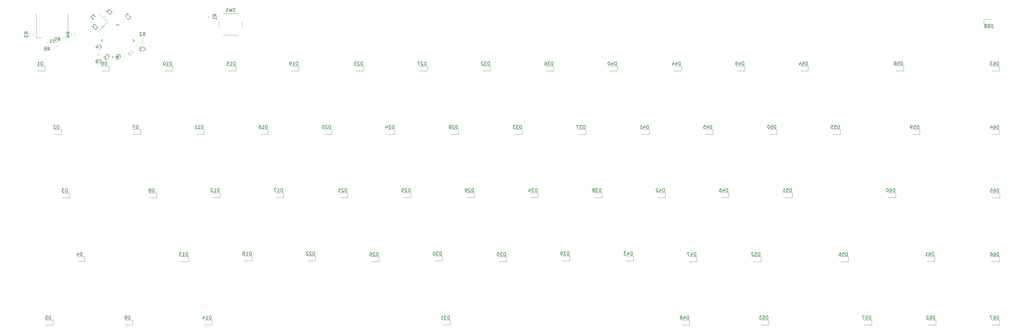
<source format=gbo>
G04 #@! TF.GenerationSoftware,KiCad,Pcbnew,(5.1.9)-1*
G04 #@! TF.CreationDate,2021-04-19T20:06:47-07:00*
G04 #@! TF.ProjectId,keyboard,6b657962-6f61-4726-942e-6b696361645f,rev?*
G04 #@! TF.SameCoordinates,Original*
G04 #@! TF.FileFunction,Legend,Bot*
G04 #@! TF.FilePolarity,Positive*
%FSLAX46Y46*%
G04 Gerber Fmt 4.6, Leading zero omitted, Abs format (unit mm)*
G04 Created by KiCad (PCBNEW (5.1.9)-1) date 2021-04-19 20:06:47*
%MOMM*%
%LPD*%
G01*
G04 APERTURE LIST*
%ADD10C,0.120000*%
%ADD11C,0.127000*%
%ADD12C,0.200000*%
%ADD13C,0.150000*%
%ADD14C,0.015000*%
G04 APERTURE END LIST*
D10*
G04 #@! TO.C,D68*
X364616900Y-37501500D02*
X362331900Y-37501500D01*
X362331900Y-37501500D02*
X362331900Y-36031500D01*
X362331900Y-36031500D02*
X364616900Y-36031500D01*
G04 #@! TO.C,C8*
X96986180Y-46794960D02*
X97267340Y-46794960D01*
X96986180Y-47814960D02*
X97267340Y-47814960D01*
G04 #@! TO.C,J1*
X86429920Y-41595480D02*
X87929920Y-41595480D01*
X87929920Y-41595480D02*
X87929920Y-34335480D01*
X78429920Y-41595480D02*
X78429920Y-34335480D01*
X78429920Y-41595480D02*
X79929920Y-41595480D01*
G04 #@! TO.C,Y1*
X99735940Y-36836513D02*
X96907513Y-39664940D01*
X97402487Y-34503060D02*
X99735940Y-36836513D01*
G04 #@! TO.C,C1*
X99052781Y-35258030D02*
X98853970Y-35059219D01*
X99774030Y-34536781D02*
X99575219Y-34337970D01*
G04 #@! TO.C,C2*
X95456030Y-39108781D02*
X95257219Y-38909970D01*
X94734781Y-39830030D02*
X94535970Y-39631219D01*
G04 #@! TO.C,C3*
X110113200Y-44119260D02*
X110394360Y-44119260D01*
X110113200Y-43099260D02*
X110394360Y-43099260D01*
G04 #@! TO.C,C4*
X97285420Y-45212540D02*
X97004260Y-45212540D01*
X97285420Y-46232540D02*
X97004260Y-46232540D01*
G04 #@! TO.C,C5*
X101059270Y-48632979D02*
X100860459Y-48831790D01*
X100338021Y-47911730D02*
X100139210Y-48110541D01*
G04 #@! TO.C,C6*
X104471122Y-48617107D02*
X104272311Y-48815918D01*
X103749873Y-47895858D02*
X103551062Y-48094669D01*
G04 #@! TO.C,C7*
X105344250Y-36040461D02*
X105145439Y-35841650D01*
X104623001Y-36761710D02*
X104424190Y-36562899D01*
G04 #@! TO.C,D1*
X81085000Y-51535000D02*
X78800000Y-51535000D01*
X81085000Y-50065000D02*
X81085000Y-51535000D01*
X78800000Y-50065000D02*
X81085000Y-50065000D01*
G04 #@! TO.C,D2*
X85940000Y-70585000D02*
X83655000Y-70585000D01*
X85940000Y-69115000D02*
X85940000Y-70585000D01*
X83655000Y-69115000D02*
X85940000Y-69115000D01*
G04 #@! TO.C,D3*
X86195000Y-88165000D02*
X88480000Y-88165000D01*
X88480000Y-88165000D02*
X88480000Y-89635000D01*
X88480000Y-89635000D02*
X86195000Y-89635000D01*
G04 #@! TO.C,D4*
X92925000Y-108685000D02*
X90640000Y-108685000D01*
X92925000Y-107215000D02*
X92925000Y-108685000D01*
X90640000Y-107215000D02*
X92925000Y-107215000D01*
G04 #@! TO.C,D5*
X81200000Y-126265000D02*
X83485000Y-126265000D01*
X83485000Y-126265000D02*
X83485000Y-127735000D01*
X83485000Y-127735000D02*
X81200000Y-127735000D01*
G04 #@! TO.C,D6*
X98000000Y-50065000D02*
X100285000Y-50065000D01*
X100285000Y-50065000D02*
X100285000Y-51535000D01*
X100285000Y-51535000D02*
X98000000Y-51535000D01*
G04 #@! TO.C,D7*
X107400000Y-69065000D02*
X109685000Y-69065000D01*
X109685000Y-69065000D02*
X109685000Y-70535000D01*
X109685000Y-70535000D02*
X107400000Y-70535000D01*
G04 #@! TO.C,D8*
X114515000Y-89635000D02*
X112230000Y-89635000D01*
X114515000Y-88165000D02*
X114515000Y-89635000D01*
X112230000Y-88165000D02*
X114515000Y-88165000D01*
G04 #@! TO.C,D9*
X105000000Y-126265000D02*
X107285000Y-126265000D01*
X107285000Y-126265000D02*
X107285000Y-127735000D01*
X107285000Y-127735000D02*
X105000000Y-127735000D01*
G04 #@! TO.C,D10*
X117000000Y-50065000D02*
X119285000Y-50065000D01*
X119285000Y-50065000D02*
X119285000Y-51535000D01*
X119285000Y-51535000D02*
X117000000Y-51535000D01*
G04 #@! TO.C,D11*
X126400000Y-69065000D02*
X128685000Y-69065000D01*
X128685000Y-69065000D02*
X128685000Y-70535000D01*
X128685000Y-70535000D02*
X126400000Y-70535000D01*
G04 #@! TO.C,D12*
X133485000Y-89535000D02*
X131200000Y-89535000D01*
X133485000Y-88065000D02*
X133485000Y-89535000D01*
X131200000Y-88065000D02*
X133485000Y-88065000D01*
G04 #@! TO.C,D13*
X124085000Y-108735000D02*
X121800000Y-108735000D01*
X124085000Y-107265000D02*
X124085000Y-108735000D01*
X121800000Y-107265000D02*
X124085000Y-107265000D01*
G04 #@! TO.C,D14*
X128800000Y-126265000D02*
X131085000Y-126265000D01*
X131085000Y-126265000D02*
X131085000Y-127735000D01*
X131085000Y-127735000D02*
X128800000Y-127735000D01*
G04 #@! TO.C,D15*
X138285000Y-51535000D02*
X136000000Y-51535000D01*
X138285000Y-50065000D02*
X138285000Y-51535000D01*
X136000000Y-50065000D02*
X138285000Y-50065000D01*
G04 #@! TO.C,D16*
X147885000Y-70535000D02*
X145600000Y-70535000D01*
X147885000Y-69065000D02*
X147885000Y-70535000D01*
X145600000Y-69065000D02*
X147885000Y-69065000D01*
G04 #@! TO.C,D17*
X150200000Y-88065000D02*
X152485000Y-88065000D01*
X152485000Y-88065000D02*
X152485000Y-89535000D01*
X152485000Y-89535000D02*
X150200000Y-89535000D01*
G04 #@! TO.C,D18*
X143085000Y-108535000D02*
X140800000Y-108535000D01*
X143085000Y-107065000D02*
X143085000Y-108535000D01*
X140800000Y-107065000D02*
X143085000Y-107065000D01*
G04 #@! TO.C,D19*
X157060000Y-51535000D02*
X154775000Y-51535000D01*
X157060000Y-50065000D02*
X157060000Y-51535000D01*
X154775000Y-50065000D02*
X157060000Y-50065000D01*
G04 #@! TO.C,D20*
X164600000Y-69065000D02*
X166885000Y-69065000D01*
X166885000Y-69065000D02*
X166885000Y-70535000D01*
X166885000Y-70535000D02*
X164600000Y-70535000D01*
G04 #@! TO.C,D21*
X171685000Y-89535000D02*
X169400000Y-89535000D01*
X171685000Y-88065000D02*
X171685000Y-89535000D01*
X169400000Y-88065000D02*
X171685000Y-88065000D01*
G04 #@! TO.C,D22*
X159800000Y-107065000D02*
X162085000Y-107065000D01*
X162085000Y-107065000D02*
X162085000Y-108535000D01*
X162085000Y-108535000D02*
X159800000Y-108535000D01*
G04 #@! TO.C,D23*
X176485000Y-51535000D02*
X174200000Y-51535000D01*
X176485000Y-50065000D02*
X176485000Y-51535000D01*
X174200000Y-50065000D02*
X176485000Y-50065000D01*
G04 #@! TO.C,D24*
X185885000Y-70535000D02*
X183600000Y-70535000D01*
X185885000Y-69065000D02*
X185885000Y-70535000D01*
X183600000Y-69065000D02*
X185885000Y-69065000D01*
G04 #@! TO.C,D25*
X190685000Y-89535000D02*
X188400000Y-89535000D01*
X190685000Y-88065000D02*
X190685000Y-89535000D01*
X188400000Y-88065000D02*
X190685000Y-88065000D01*
G04 #@! TO.C,D26*
X178800000Y-107265000D02*
X181085000Y-107265000D01*
X181085000Y-107265000D02*
X181085000Y-108735000D01*
X181085000Y-108735000D02*
X178800000Y-108735000D01*
G04 #@! TO.C,D27*
X193200000Y-50065000D02*
X195485000Y-50065000D01*
X195485000Y-50065000D02*
X195485000Y-51535000D01*
X195485000Y-51535000D02*
X193200000Y-51535000D01*
G04 #@! TO.C,D28*
X202600000Y-69065000D02*
X204885000Y-69065000D01*
X204885000Y-69065000D02*
X204885000Y-70535000D01*
X204885000Y-70535000D02*
X202600000Y-70535000D01*
G04 #@! TO.C,D29*
X207412500Y-88065000D02*
X209697500Y-88065000D01*
X209697500Y-88065000D02*
X209697500Y-89535000D01*
X209697500Y-89535000D02*
X207412500Y-89535000D01*
G04 #@! TO.C,D30*
X200085000Y-108535000D02*
X197800000Y-108535000D01*
X200085000Y-107065000D02*
X200085000Y-108535000D01*
X197800000Y-107065000D02*
X200085000Y-107065000D01*
G04 #@! TO.C,D31*
X200200000Y-126265000D02*
X202485000Y-126265000D01*
X202485000Y-126265000D02*
X202485000Y-127735000D01*
X202485000Y-127735000D02*
X200200000Y-127735000D01*
G04 #@! TO.C,D32*
X214485000Y-51535000D02*
X212200000Y-51535000D01*
X214485000Y-50065000D02*
X214485000Y-51535000D01*
X212200000Y-50065000D02*
X214485000Y-50065000D01*
G04 #@! TO.C,D33*
X221800000Y-69065000D02*
X224085000Y-69065000D01*
X224085000Y-69065000D02*
X224085000Y-70535000D01*
X224085000Y-70535000D02*
X221800000Y-70535000D01*
G04 #@! TO.C,D34*
X228685000Y-89535000D02*
X226400000Y-89535000D01*
X228685000Y-88065000D02*
X228685000Y-89535000D01*
X226400000Y-88065000D02*
X228685000Y-88065000D01*
G04 #@! TO.C,D35*
X217000000Y-107265000D02*
X219285000Y-107265000D01*
X219285000Y-107265000D02*
X219285000Y-108735000D01*
X219285000Y-108735000D02*
X217000000Y-108735000D01*
G04 #@! TO.C,D36*
X231200000Y-50065000D02*
X233485000Y-50065000D01*
X233485000Y-50065000D02*
X233485000Y-51535000D01*
X233485000Y-51535000D02*
X231200000Y-51535000D01*
G04 #@! TO.C,D37*
X243085000Y-70535000D02*
X240800000Y-70535000D01*
X243085000Y-69065000D02*
X243085000Y-70535000D01*
X240800000Y-69065000D02*
X243085000Y-69065000D01*
G04 #@! TO.C,D38*
X245600000Y-88065000D02*
X247885000Y-88065000D01*
X247885000Y-88065000D02*
X247885000Y-89535000D01*
X247885000Y-89535000D02*
X245600000Y-89535000D01*
G04 #@! TO.C,D39*
X238285000Y-108535000D02*
X236000000Y-108535000D01*
X238285000Y-107065000D02*
X238285000Y-108535000D01*
X236000000Y-107065000D02*
X238285000Y-107065000D01*
G04 #@! TO.C,D40*
X252485000Y-51535000D02*
X250200000Y-51535000D01*
X252485000Y-50065000D02*
X252485000Y-51535000D01*
X250200000Y-50065000D02*
X252485000Y-50065000D01*
G04 #@! TO.C,D41*
X259800000Y-69065000D02*
X262085000Y-69065000D01*
X262085000Y-69065000D02*
X262085000Y-70535000D01*
X262085000Y-70535000D02*
X259800000Y-70535000D01*
G04 #@! TO.C,D42*
X266885000Y-89535000D02*
X264600000Y-89535000D01*
X266885000Y-88065000D02*
X266885000Y-89535000D01*
X264600000Y-88065000D02*
X266885000Y-88065000D01*
G04 #@! TO.C,D43*
X257285000Y-108535000D02*
X255000000Y-108535000D01*
X257285000Y-107065000D02*
X257285000Y-108535000D01*
X255000000Y-107065000D02*
X257285000Y-107065000D01*
G04 #@! TO.C,D53*
X297885000Y-127735000D02*
X295600000Y-127735000D01*
X297885000Y-126265000D02*
X297885000Y-127735000D01*
X295600000Y-126265000D02*
X297885000Y-126265000D01*
G04 #@! TO.C,D44*
X269400000Y-50065000D02*
X271685000Y-50065000D01*
X271685000Y-50065000D02*
X271685000Y-51535000D01*
X271685000Y-51535000D02*
X269400000Y-51535000D01*
G04 #@! TO.C,D45*
X281085000Y-70535000D02*
X278800000Y-70535000D01*
X281085000Y-69065000D02*
X281085000Y-70535000D01*
X278800000Y-69065000D02*
X281085000Y-69065000D01*
G04 #@! TO.C,D46*
X283587500Y-88065000D02*
X285872500Y-88065000D01*
X285872500Y-88065000D02*
X285872500Y-89535000D01*
X285872500Y-89535000D02*
X283587500Y-89535000D01*
G04 #@! TO.C,D47*
X276285000Y-108735000D02*
X274000000Y-108735000D01*
X276285000Y-107265000D02*
X276285000Y-108735000D01*
X274000000Y-107265000D02*
X276285000Y-107265000D01*
G04 #@! TO.C,D48*
X271800000Y-126265000D02*
X274085000Y-126265000D01*
X274085000Y-126265000D02*
X274085000Y-127735000D01*
X274085000Y-127735000D02*
X271800000Y-127735000D01*
G04 #@! TO.C,D49*
X290685000Y-51535000D02*
X288400000Y-51535000D01*
X290685000Y-50065000D02*
X290685000Y-51535000D01*
X288400000Y-50065000D02*
X290685000Y-50065000D01*
G04 #@! TO.C,D50*
X298000000Y-69065000D02*
X300285000Y-69065000D01*
X300285000Y-69065000D02*
X300285000Y-70535000D01*
X300285000Y-70535000D02*
X298000000Y-70535000D01*
G04 #@! TO.C,D51*
X304885000Y-89535000D02*
X302600000Y-89535000D01*
X304885000Y-88065000D02*
X304885000Y-89535000D01*
X302600000Y-88065000D02*
X304885000Y-88065000D01*
G04 #@! TO.C,D52*
X293200000Y-107265000D02*
X295485000Y-107265000D01*
X295485000Y-107265000D02*
X295485000Y-108735000D01*
X295485000Y-108735000D02*
X293200000Y-108735000D01*
G04 #@! TO.C,D54*
X307400000Y-50065000D02*
X309685000Y-50065000D01*
X309685000Y-50065000D02*
X309685000Y-51535000D01*
X309685000Y-51535000D02*
X307400000Y-51535000D01*
G04 #@! TO.C,D55*
X319285000Y-70535000D02*
X317000000Y-70535000D01*
X319285000Y-69065000D02*
X319285000Y-70535000D01*
X317000000Y-69065000D02*
X319285000Y-69065000D01*
G04 #@! TO.C,D56*
X319400000Y-107265000D02*
X321685000Y-107265000D01*
X321685000Y-107265000D02*
X321685000Y-108735000D01*
X321685000Y-108735000D02*
X319400000Y-108735000D01*
G04 #@! TO.C,D57*
X328685000Y-127735000D02*
X326400000Y-127735000D01*
X328685000Y-126265000D02*
X328685000Y-127735000D01*
X326400000Y-126265000D02*
X328685000Y-126265000D01*
G04 #@! TO.C,D58*
X335950000Y-50015000D02*
X338235000Y-50015000D01*
X338235000Y-50015000D02*
X338235000Y-51485000D01*
X338235000Y-51485000D02*
X335950000Y-51485000D01*
G04 #@! TO.C,D59*
X343085000Y-70535000D02*
X340800000Y-70535000D01*
X343085000Y-69065000D02*
X343085000Y-70535000D01*
X340800000Y-69065000D02*
X343085000Y-69065000D01*
G04 #@! TO.C,D60*
X333600000Y-88065000D02*
X335885000Y-88065000D01*
X335885000Y-88065000D02*
X335885000Y-89535000D01*
X335885000Y-89535000D02*
X333600000Y-89535000D01*
G04 #@! TO.C,D61*
X347560000Y-108685000D02*
X345275000Y-108685000D01*
X347560000Y-107215000D02*
X347560000Y-108685000D01*
X345275000Y-107215000D02*
X347560000Y-107215000D01*
G04 #@! TO.C,D62*
X345600000Y-126265000D02*
X347885000Y-126265000D01*
X347885000Y-126265000D02*
X347885000Y-127735000D01*
X347885000Y-127735000D02*
X345600000Y-127735000D01*
G04 #@! TO.C,D64*
X366991000Y-70585000D02*
X364706000Y-70585000D01*
X366991000Y-69115000D02*
X366991000Y-70585000D01*
X364706000Y-69115000D02*
X366991000Y-69115000D01*
G04 #@! TO.C,D65*
X364731500Y-88165000D02*
X367016500Y-88165000D01*
X367016500Y-88165000D02*
X367016500Y-89635000D01*
X367016500Y-89635000D02*
X364731500Y-89635000D01*
G04 #@! TO.C,D66*
X366991000Y-108735000D02*
X364706000Y-108735000D01*
X366991000Y-107265000D02*
X366991000Y-108735000D01*
X364706000Y-107265000D02*
X366991000Y-107265000D01*
G04 #@! TO.C,D67*
X366991000Y-127735000D02*
X364706000Y-127735000D01*
X366991000Y-126265000D02*
X366991000Y-127735000D01*
X364706000Y-126265000D02*
X366991000Y-126265000D01*
G04 #@! TO.C,SW1*
X133148000Y-38292000D02*
X133148000Y-36792000D01*
X134398000Y-34292000D02*
X138898000Y-34292000D01*
X140148000Y-36792000D02*
X140148000Y-38292000D01*
X138898000Y-40792000D02*
X134398000Y-40792000D01*
G04 #@! TO.C,R1*
X130033500Y-35543258D02*
X130033500Y-35068742D01*
X131078500Y-35543258D02*
X131078500Y-35068742D01*
G04 #@! TO.C,R2*
X110501198Y-41486560D02*
X110026682Y-41486560D01*
X110501198Y-42531560D02*
X110026682Y-42531560D01*
G04 #@! TO.C,R3*
X76421720Y-40377342D02*
X76421720Y-40851858D01*
X77466720Y-40377342D02*
X77466720Y-40851858D01*
G04 #@! TO.C,R4*
X89953360Y-40382422D02*
X89953360Y-40856938D01*
X88908360Y-40382422D02*
X88908360Y-40856938D01*
G04 #@! TO.C,R5*
X84989438Y-43000400D02*
X84514922Y-43000400D01*
X84989438Y-44045400D02*
X84514922Y-44045400D01*
G04 #@! TO.C,R6*
X81372942Y-42997860D02*
X81847458Y-42997860D01*
X81372942Y-44042860D02*
X81847458Y-44042860D01*
D11*
G04 #@! TO.C,U1*
X102870000Y-47367747D02*
X102481091Y-46978839D01*
X97920253Y-42418000D02*
X98309161Y-42806909D01*
X107819747Y-42418000D02*
X107430839Y-42029091D01*
X102870000Y-37468253D02*
X103258909Y-37857161D01*
X102870000Y-47367747D02*
X103258909Y-46978839D01*
X97920253Y-42418000D02*
X98309161Y-42029091D01*
X107819747Y-42418000D02*
X107430839Y-42806909D01*
X102870000Y-37468253D02*
X102481091Y-37857161D01*
D12*
X101506289Y-47417245D02*
G75*
G03*
X101506289Y-47417245I-100000J0D01*
G01*
D10*
G04 #@! TO.C,D63*
X366991000Y-51535000D02*
X364706000Y-51535000D01*
X366991000Y-50065000D02*
X366991000Y-51535000D01*
X364706000Y-50065000D02*
X366991000Y-50065000D01*
G04 #@! TO.C,D68*
D13*
X365031185Y-38648880D02*
X365031185Y-37648880D01*
X364793090Y-37648880D01*
X364650233Y-37696500D01*
X364554995Y-37791738D01*
X364507376Y-37886976D01*
X364459757Y-38077452D01*
X364459757Y-38220309D01*
X364507376Y-38410785D01*
X364554995Y-38506023D01*
X364650233Y-38601261D01*
X364793090Y-38648880D01*
X365031185Y-38648880D01*
X363602614Y-37648880D02*
X363793090Y-37648880D01*
X363888328Y-37696500D01*
X363935947Y-37744119D01*
X364031185Y-37886976D01*
X364078804Y-38077452D01*
X364078804Y-38458404D01*
X364031185Y-38553642D01*
X363983566Y-38601261D01*
X363888328Y-38648880D01*
X363697852Y-38648880D01*
X363602614Y-38601261D01*
X363554995Y-38553642D01*
X363507376Y-38458404D01*
X363507376Y-38220309D01*
X363554995Y-38125071D01*
X363602614Y-38077452D01*
X363697852Y-38029833D01*
X363888328Y-38029833D01*
X363983566Y-38077452D01*
X364031185Y-38125071D01*
X364078804Y-38220309D01*
X362935947Y-38077452D02*
X363031185Y-38029833D01*
X363078804Y-37982214D01*
X363126423Y-37886976D01*
X363126423Y-37839357D01*
X363078804Y-37744119D01*
X363031185Y-37696500D01*
X362935947Y-37648880D01*
X362745471Y-37648880D01*
X362650233Y-37696500D01*
X362602614Y-37744119D01*
X362554995Y-37839357D01*
X362554995Y-37886976D01*
X362602614Y-37982214D01*
X362650233Y-38029833D01*
X362745471Y-38077452D01*
X362935947Y-38077452D01*
X363031185Y-38125071D01*
X363078804Y-38172690D01*
X363126423Y-38267928D01*
X363126423Y-38458404D01*
X363078804Y-38553642D01*
X363031185Y-38601261D01*
X362935947Y-38648880D01*
X362745471Y-38648880D01*
X362650233Y-38601261D01*
X362602614Y-38553642D01*
X362554995Y-38458404D01*
X362554995Y-38267928D01*
X362602614Y-38172690D01*
X362650233Y-38125071D01*
X362745471Y-38077452D01*
G04 #@! TO.C,C8*
X97293426Y-49092102D02*
X97341045Y-49139721D01*
X97483902Y-49187340D01*
X97579140Y-49187340D01*
X97721998Y-49139721D01*
X97817236Y-49044483D01*
X97864855Y-48949245D01*
X97912474Y-48758769D01*
X97912474Y-48615912D01*
X97864855Y-48425436D01*
X97817236Y-48330198D01*
X97721998Y-48234960D01*
X97579140Y-48187340D01*
X97483902Y-48187340D01*
X97341045Y-48234960D01*
X97293426Y-48282579D01*
X96721998Y-48615912D02*
X96817236Y-48568293D01*
X96864855Y-48520674D01*
X96912474Y-48425436D01*
X96912474Y-48377817D01*
X96864855Y-48282579D01*
X96817236Y-48234960D01*
X96721998Y-48187340D01*
X96531521Y-48187340D01*
X96436283Y-48234960D01*
X96388664Y-48282579D01*
X96341045Y-48377817D01*
X96341045Y-48425436D01*
X96388664Y-48520674D01*
X96436283Y-48568293D01*
X96531521Y-48615912D01*
X96721998Y-48615912D01*
X96817236Y-48663531D01*
X96864855Y-48711150D01*
X96912474Y-48806388D01*
X96912474Y-48996864D01*
X96864855Y-49092102D01*
X96817236Y-49139721D01*
X96721998Y-49187340D01*
X96531521Y-49187340D01*
X96436283Y-49139721D01*
X96388664Y-49092102D01*
X96341045Y-48996864D01*
X96341045Y-48806388D01*
X96388664Y-48711150D01*
X96436283Y-48663531D01*
X96531521Y-48615912D01*
G04 #@! TO.C,J1*
X83513253Y-42037860D02*
X83513253Y-42752146D01*
X83560872Y-42895003D01*
X83656110Y-42990241D01*
X83798967Y-43037860D01*
X83894205Y-43037860D01*
X82513253Y-43037860D02*
X83084681Y-43037860D01*
X82798967Y-43037860D02*
X82798967Y-42037860D01*
X82894205Y-42180718D01*
X82989443Y-42275956D01*
X83084681Y-42323575D01*
G04 #@! TO.C,Y1*
X95742469Y-34998034D02*
X96079187Y-35334752D01*
X95607782Y-34391943D02*
X95742469Y-34998034D01*
X95136378Y-34863347D01*
X95237393Y-36176545D02*
X95641454Y-35772484D01*
X95439423Y-35974515D02*
X94732317Y-35267408D01*
X94900675Y-35301080D01*
X95035362Y-35301080D01*
X95136378Y-35267408D01*
G04 #@! TO.C,C1*
X100190475Y-34157226D02*
X100190475Y-34224569D01*
X100257819Y-34359256D01*
X100325163Y-34426600D01*
X100459850Y-34493943D01*
X100594537Y-34493943D01*
X100695552Y-34460272D01*
X100863911Y-34359256D01*
X100964926Y-34258241D01*
X101065941Y-34089882D01*
X101099613Y-33988867D01*
X101099613Y-33854180D01*
X101032269Y-33719493D01*
X100964926Y-33652149D01*
X100830239Y-33584806D01*
X100762895Y-33584806D01*
X99449697Y-33551134D02*
X99853758Y-33955195D01*
X99651727Y-33753165D02*
X100358834Y-33046058D01*
X100325163Y-33214417D01*
X100325163Y-33349104D01*
X100358834Y-33450119D01*
G04 #@! TO.C,C2*
X95872475Y-38729226D02*
X95872475Y-38796569D01*
X95939819Y-38931256D01*
X96007163Y-38998600D01*
X96141850Y-39065943D01*
X96276537Y-39065943D01*
X96377552Y-39032272D01*
X96545911Y-38931256D01*
X96646926Y-38830241D01*
X96747941Y-38661882D01*
X96781613Y-38560867D01*
X96781613Y-38426180D01*
X96714269Y-38291493D01*
X96646926Y-38224149D01*
X96512239Y-38156806D01*
X96444895Y-38156806D01*
X96175521Y-37887432D02*
X96175521Y-37820088D01*
X96141850Y-37719073D01*
X95973491Y-37550714D01*
X95872475Y-37517043D01*
X95805132Y-37517043D01*
X95704117Y-37550714D01*
X95636773Y-37618058D01*
X95569430Y-37752745D01*
X95569430Y-38560867D01*
X95131697Y-38123134D01*
G04 #@! TO.C,C3*
X110420446Y-45396402D02*
X110468065Y-45444021D01*
X110610922Y-45491640D01*
X110706160Y-45491640D01*
X110849018Y-45444021D01*
X110944256Y-45348783D01*
X110991875Y-45253545D01*
X111039494Y-45063069D01*
X111039494Y-44920212D01*
X110991875Y-44729736D01*
X110944256Y-44634498D01*
X110849018Y-44539260D01*
X110706160Y-44491640D01*
X110610922Y-44491640D01*
X110468065Y-44539260D01*
X110420446Y-44586879D01*
X110087113Y-44491640D02*
X109468065Y-44491640D01*
X109801399Y-44872593D01*
X109658541Y-44872593D01*
X109563303Y-44920212D01*
X109515684Y-44967831D01*
X109468065Y-45063069D01*
X109468065Y-45301164D01*
X109515684Y-45396402D01*
X109563303Y-45444021D01*
X109658541Y-45491640D01*
X109944256Y-45491640D01*
X110039494Y-45444021D01*
X110087113Y-45396402D01*
G04 #@! TO.C,C4*
X97311506Y-44649682D02*
X97359125Y-44697301D01*
X97501982Y-44744920D01*
X97597220Y-44744920D01*
X97740078Y-44697301D01*
X97835316Y-44602063D01*
X97882935Y-44506825D01*
X97930554Y-44316349D01*
X97930554Y-44173492D01*
X97882935Y-43983016D01*
X97835316Y-43887778D01*
X97740078Y-43792540D01*
X97597220Y-43744920D01*
X97501982Y-43744920D01*
X97359125Y-43792540D01*
X97311506Y-43840159D01*
X96454363Y-44078254D02*
X96454363Y-44744920D01*
X96692459Y-43697301D02*
X96930554Y-44411587D01*
X96311506Y-44411587D01*
G04 #@! TO.C,C5*
X99958466Y-47495284D02*
X100025809Y-47495284D01*
X100160496Y-47427940D01*
X100227840Y-47360597D01*
X100295183Y-47225909D01*
X100295183Y-47091222D01*
X100261512Y-46990207D01*
X100160496Y-46821848D01*
X100059481Y-46720833D01*
X99891122Y-46619818D01*
X99790107Y-46586146D01*
X99655420Y-46586146D01*
X99520733Y-46653490D01*
X99453389Y-46720833D01*
X99386046Y-46855520D01*
X99386046Y-46922864D01*
X98678939Y-47495284D02*
X99015657Y-47158566D01*
X99386046Y-47461612D01*
X99318702Y-47461612D01*
X99217687Y-47495284D01*
X99049328Y-47663642D01*
X99015657Y-47764658D01*
X99015657Y-47832001D01*
X99049328Y-47933016D01*
X99217687Y-48101375D01*
X99318702Y-48135047D01*
X99386046Y-48135047D01*
X99487061Y-48101375D01*
X99655420Y-47933016D01*
X99689092Y-47832001D01*
X99689092Y-47764658D01*
G04 #@! TO.C,C6*
X103370318Y-47479412D02*
X103437661Y-47479412D01*
X103572348Y-47412068D01*
X103639692Y-47344725D01*
X103707035Y-47210037D01*
X103707035Y-47075350D01*
X103673364Y-46974335D01*
X103572348Y-46805976D01*
X103471333Y-46704961D01*
X103302974Y-46603946D01*
X103201959Y-46570274D01*
X103067272Y-46570274D01*
X102932585Y-46637618D01*
X102865241Y-46704961D01*
X102797898Y-46839648D01*
X102797898Y-46906992D01*
X102124463Y-47445740D02*
X102259150Y-47311053D01*
X102360165Y-47277381D01*
X102427509Y-47277381D01*
X102595867Y-47311053D01*
X102764226Y-47412068D01*
X103033600Y-47681442D01*
X103067272Y-47782457D01*
X103067272Y-47849801D01*
X103033600Y-47950816D01*
X102898913Y-48085503D01*
X102797898Y-48119175D01*
X102730554Y-48119175D01*
X102629539Y-48085503D01*
X102461180Y-47917144D01*
X102427509Y-47816129D01*
X102427509Y-47748786D01*
X102461180Y-47647770D01*
X102595867Y-47513083D01*
X102696883Y-47479412D01*
X102764226Y-47479412D01*
X102865241Y-47513083D01*
G04 #@! TO.C,C7*
X105760695Y-35660906D02*
X105760695Y-35728249D01*
X105828039Y-35862936D01*
X105895383Y-35930280D01*
X106030070Y-35997623D01*
X106164757Y-35997623D01*
X106265772Y-35963952D01*
X106434131Y-35862936D01*
X106535146Y-35761921D01*
X106636161Y-35593562D01*
X106669833Y-35492547D01*
X106669833Y-35357860D01*
X106602489Y-35223173D01*
X106535146Y-35155829D01*
X106400459Y-35088486D01*
X106333115Y-35088486D01*
X106164757Y-34785440D02*
X105693352Y-34314036D01*
X105289291Y-35324188D01*
G04 #@! TO.C,D1*
X80338095Y-49822380D02*
X80338095Y-48822380D01*
X80100000Y-48822380D01*
X79957142Y-48870000D01*
X79861904Y-48965238D01*
X79814285Y-49060476D01*
X79766666Y-49250952D01*
X79766666Y-49393809D01*
X79814285Y-49584285D01*
X79861904Y-49679523D01*
X79957142Y-49774761D01*
X80100000Y-49822380D01*
X80338095Y-49822380D01*
X78814285Y-49822380D02*
X79385714Y-49822380D01*
X79100000Y-49822380D02*
X79100000Y-48822380D01*
X79195238Y-48965238D01*
X79290476Y-49060476D01*
X79385714Y-49108095D01*
G04 #@! TO.C,D2*
X85193095Y-68872380D02*
X85193095Y-67872380D01*
X84955000Y-67872380D01*
X84812142Y-67920000D01*
X84716904Y-68015238D01*
X84669285Y-68110476D01*
X84621666Y-68300952D01*
X84621666Y-68443809D01*
X84669285Y-68634285D01*
X84716904Y-68729523D01*
X84812142Y-68824761D01*
X84955000Y-68872380D01*
X85193095Y-68872380D01*
X84240714Y-67967619D02*
X84193095Y-67920000D01*
X84097857Y-67872380D01*
X83859761Y-67872380D01*
X83764523Y-67920000D01*
X83716904Y-67967619D01*
X83669285Y-68062857D01*
X83669285Y-68158095D01*
X83716904Y-68300952D01*
X84288333Y-68872380D01*
X83669285Y-68872380D01*
G04 #@! TO.C,D3*
X87733095Y-87922380D02*
X87733095Y-86922380D01*
X87495000Y-86922380D01*
X87352142Y-86970000D01*
X87256904Y-87065238D01*
X87209285Y-87160476D01*
X87161666Y-87350952D01*
X87161666Y-87493809D01*
X87209285Y-87684285D01*
X87256904Y-87779523D01*
X87352142Y-87874761D01*
X87495000Y-87922380D01*
X87733095Y-87922380D01*
X86828333Y-86922380D02*
X86209285Y-86922380D01*
X86542619Y-87303333D01*
X86399761Y-87303333D01*
X86304523Y-87350952D01*
X86256904Y-87398571D01*
X86209285Y-87493809D01*
X86209285Y-87731904D01*
X86256904Y-87827142D01*
X86304523Y-87874761D01*
X86399761Y-87922380D01*
X86685476Y-87922380D01*
X86780714Y-87874761D01*
X86828333Y-87827142D01*
G04 #@! TO.C,D4*
X92178095Y-106972380D02*
X92178095Y-105972380D01*
X91940000Y-105972380D01*
X91797142Y-106020000D01*
X91701904Y-106115238D01*
X91654285Y-106210476D01*
X91606666Y-106400952D01*
X91606666Y-106543809D01*
X91654285Y-106734285D01*
X91701904Y-106829523D01*
X91797142Y-106924761D01*
X91940000Y-106972380D01*
X92178095Y-106972380D01*
X90749523Y-106305714D02*
X90749523Y-106972380D01*
X90987619Y-105924761D02*
X91225714Y-106639047D01*
X90606666Y-106639047D01*
G04 #@! TO.C,D5*
X82738095Y-126022380D02*
X82738095Y-125022380D01*
X82500000Y-125022380D01*
X82357142Y-125070000D01*
X82261904Y-125165238D01*
X82214285Y-125260476D01*
X82166666Y-125450952D01*
X82166666Y-125593809D01*
X82214285Y-125784285D01*
X82261904Y-125879523D01*
X82357142Y-125974761D01*
X82500000Y-126022380D01*
X82738095Y-126022380D01*
X81261904Y-125022380D02*
X81738095Y-125022380D01*
X81785714Y-125498571D01*
X81738095Y-125450952D01*
X81642857Y-125403333D01*
X81404761Y-125403333D01*
X81309523Y-125450952D01*
X81261904Y-125498571D01*
X81214285Y-125593809D01*
X81214285Y-125831904D01*
X81261904Y-125927142D01*
X81309523Y-125974761D01*
X81404761Y-126022380D01*
X81642857Y-126022380D01*
X81738095Y-125974761D01*
X81785714Y-125927142D01*
G04 #@! TO.C,D6*
X99538095Y-49822380D02*
X99538095Y-48822380D01*
X99300000Y-48822380D01*
X99157142Y-48870000D01*
X99061904Y-48965238D01*
X99014285Y-49060476D01*
X98966666Y-49250952D01*
X98966666Y-49393809D01*
X99014285Y-49584285D01*
X99061904Y-49679523D01*
X99157142Y-49774761D01*
X99300000Y-49822380D01*
X99538095Y-49822380D01*
X98109523Y-48822380D02*
X98300000Y-48822380D01*
X98395238Y-48870000D01*
X98442857Y-48917619D01*
X98538095Y-49060476D01*
X98585714Y-49250952D01*
X98585714Y-49631904D01*
X98538095Y-49727142D01*
X98490476Y-49774761D01*
X98395238Y-49822380D01*
X98204761Y-49822380D01*
X98109523Y-49774761D01*
X98061904Y-49727142D01*
X98014285Y-49631904D01*
X98014285Y-49393809D01*
X98061904Y-49298571D01*
X98109523Y-49250952D01*
X98204761Y-49203333D01*
X98395238Y-49203333D01*
X98490476Y-49250952D01*
X98538095Y-49298571D01*
X98585714Y-49393809D01*
G04 #@! TO.C,D7*
X108938095Y-68822380D02*
X108938095Y-67822380D01*
X108700000Y-67822380D01*
X108557142Y-67870000D01*
X108461904Y-67965238D01*
X108414285Y-68060476D01*
X108366666Y-68250952D01*
X108366666Y-68393809D01*
X108414285Y-68584285D01*
X108461904Y-68679523D01*
X108557142Y-68774761D01*
X108700000Y-68822380D01*
X108938095Y-68822380D01*
X108033333Y-67822380D02*
X107366666Y-67822380D01*
X107795238Y-68822380D01*
G04 #@! TO.C,D8*
X113768095Y-87922380D02*
X113768095Y-86922380D01*
X113530000Y-86922380D01*
X113387142Y-86970000D01*
X113291904Y-87065238D01*
X113244285Y-87160476D01*
X113196666Y-87350952D01*
X113196666Y-87493809D01*
X113244285Y-87684285D01*
X113291904Y-87779523D01*
X113387142Y-87874761D01*
X113530000Y-87922380D01*
X113768095Y-87922380D01*
X112625238Y-87350952D02*
X112720476Y-87303333D01*
X112768095Y-87255714D01*
X112815714Y-87160476D01*
X112815714Y-87112857D01*
X112768095Y-87017619D01*
X112720476Y-86970000D01*
X112625238Y-86922380D01*
X112434761Y-86922380D01*
X112339523Y-86970000D01*
X112291904Y-87017619D01*
X112244285Y-87112857D01*
X112244285Y-87160476D01*
X112291904Y-87255714D01*
X112339523Y-87303333D01*
X112434761Y-87350952D01*
X112625238Y-87350952D01*
X112720476Y-87398571D01*
X112768095Y-87446190D01*
X112815714Y-87541428D01*
X112815714Y-87731904D01*
X112768095Y-87827142D01*
X112720476Y-87874761D01*
X112625238Y-87922380D01*
X112434761Y-87922380D01*
X112339523Y-87874761D01*
X112291904Y-87827142D01*
X112244285Y-87731904D01*
X112244285Y-87541428D01*
X112291904Y-87446190D01*
X112339523Y-87398571D01*
X112434761Y-87350952D01*
G04 #@! TO.C,D9*
X106538095Y-126022380D02*
X106538095Y-125022380D01*
X106300000Y-125022380D01*
X106157142Y-125070000D01*
X106061904Y-125165238D01*
X106014285Y-125260476D01*
X105966666Y-125450952D01*
X105966666Y-125593809D01*
X106014285Y-125784285D01*
X106061904Y-125879523D01*
X106157142Y-125974761D01*
X106300000Y-126022380D01*
X106538095Y-126022380D01*
X105490476Y-126022380D02*
X105300000Y-126022380D01*
X105204761Y-125974761D01*
X105157142Y-125927142D01*
X105061904Y-125784285D01*
X105014285Y-125593809D01*
X105014285Y-125212857D01*
X105061904Y-125117619D01*
X105109523Y-125070000D01*
X105204761Y-125022380D01*
X105395238Y-125022380D01*
X105490476Y-125070000D01*
X105538095Y-125117619D01*
X105585714Y-125212857D01*
X105585714Y-125450952D01*
X105538095Y-125546190D01*
X105490476Y-125593809D01*
X105395238Y-125641428D01*
X105204761Y-125641428D01*
X105109523Y-125593809D01*
X105061904Y-125546190D01*
X105014285Y-125450952D01*
G04 #@! TO.C,D10*
X119014285Y-49822380D02*
X119014285Y-48822380D01*
X118776190Y-48822380D01*
X118633333Y-48870000D01*
X118538095Y-48965238D01*
X118490476Y-49060476D01*
X118442857Y-49250952D01*
X118442857Y-49393809D01*
X118490476Y-49584285D01*
X118538095Y-49679523D01*
X118633333Y-49774761D01*
X118776190Y-49822380D01*
X119014285Y-49822380D01*
X117490476Y-49822380D02*
X118061904Y-49822380D01*
X117776190Y-49822380D02*
X117776190Y-48822380D01*
X117871428Y-48965238D01*
X117966666Y-49060476D01*
X118061904Y-49108095D01*
X116871428Y-48822380D02*
X116776190Y-48822380D01*
X116680952Y-48870000D01*
X116633333Y-48917619D01*
X116585714Y-49012857D01*
X116538095Y-49203333D01*
X116538095Y-49441428D01*
X116585714Y-49631904D01*
X116633333Y-49727142D01*
X116680952Y-49774761D01*
X116776190Y-49822380D01*
X116871428Y-49822380D01*
X116966666Y-49774761D01*
X117014285Y-49727142D01*
X117061904Y-49631904D01*
X117109523Y-49441428D01*
X117109523Y-49203333D01*
X117061904Y-49012857D01*
X117014285Y-48917619D01*
X116966666Y-48870000D01*
X116871428Y-48822380D01*
G04 #@! TO.C,D11*
X128414285Y-68822380D02*
X128414285Y-67822380D01*
X128176190Y-67822380D01*
X128033333Y-67870000D01*
X127938095Y-67965238D01*
X127890476Y-68060476D01*
X127842857Y-68250952D01*
X127842857Y-68393809D01*
X127890476Y-68584285D01*
X127938095Y-68679523D01*
X128033333Y-68774761D01*
X128176190Y-68822380D01*
X128414285Y-68822380D01*
X126890476Y-68822380D02*
X127461904Y-68822380D01*
X127176190Y-68822380D02*
X127176190Y-67822380D01*
X127271428Y-67965238D01*
X127366666Y-68060476D01*
X127461904Y-68108095D01*
X125938095Y-68822380D02*
X126509523Y-68822380D01*
X126223809Y-68822380D02*
X126223809Y-67822380D01*
X126319047Y-67965238D01*
X126414285Y-68060476D01*
X126509523Y-68108095D01*
G04 #@! TO.C,D12*
X133214285Y-87822380D02*
X133214285Y-86822380D01*
X132976190Y-86822380D01*
X132833333Y-86870000D01*
X132738095Y-86965238D01*
X132690476Y-87060476D01*
X132642857Y-87250952D01*
X132642857Y-87393809D01*
X132690476Y-87584285D01*
X132738095Y-87679523D01*
X132833333Y-87774761D01*
X132976190Y-87822380D01*
X133214285Y-87822380D01*
X131690476Y-87822380D02*
X132261904Y-87822380D01*
X131976190Y-87822380D02*
X131976190Y-86822380D01*
X132071428Y-86965238D01*
X132166666Y-87060476D01*
X132261904Y-87108095D01*
X131309523Y-86917619D02*
X131261904Y-86870000D01*
X131166666Y-86822380D01*
X130928571Y-86822380D01*
X130833333Y-86870000D01*
X130785714Y-86917619D01*
X130738095Y-87012857D01*
X130738095Y-87108095D01*
X130785714Y-87250952D01*
X131357142Y-87822380D01*
X130738095Y-87822380D01*
G04 #@! TO.C,D13*
X123814285Y-107022380D02*
X123814285Y-106022380D01*
X123576190Y-106022380D01*
X123433333Y-106070000D01*
X123338095Y-106165238D01*
X123290476Y-106260476D01*
X123242857Y-106450952D01*
X123242857Y-106593809D01*
X123290476Y-106784285D01*
X123338095Y-106879523D01*
X123433333Y-106974761D01*
X123576190Y-107022380D01*
X123814285Y-107022380D01*
X122290476Y-107022380D02*
X122861904Y-107022380D01*
X122576190Y-107022380D02*
X122576190Y-106022380D01*
X122671428Y-106165238D01*
X122766666Y-106260476D01*
X122861904Y-106308095D01*
X121957142Y-106022380D02*
X121338095Y-106022380D01*
X121671428Y-106403333D01*
X121528571Y-106403333D01*
X121433333Y-106450952D01*
X121385714Y-106498571D01*
X121338095Y-106593809D01*
X121338095Y-106831904D01*
X121385714Y-106927142D01*
X121433333Y-106974761D01*
X121528571Y-107022380D01*
X121814285Y-107022380D01*
X121909523Y-106974761D01*
X121957142Y-106927142D01*
G04 #@! TO.C,D14*
X130814285Y-126022380D02*
X130814285Y-125022380D01*
X130576190Y-125022380D01*
X130433333Y-125070000D01*
X130338095Y-125165238D01*
X130290476Y-125260476D01*
X130242857Y-125450952D01*
X130242857Y-125593809D01*
X130290476Y-125784285D01*
X130338095Y-125879523D01*
X130433333Y-125974761D01*
X130576190Y-126022380D01*
X130814285Y-126022380D01*
X129290476Y-126022380D02*
X129861904Y-126022380D01*
X129576190Y-126022380D02*
X129576190Y-125022380D01*
X129671428Y-125165238D01*
X129766666Y-125260476D01*
X129861904Y-125308095D01*
X128433333Y-125355714D02*
X128433333Y-126022380D01*
X128671428Y-124974761D02*
X128909523Y-125689047D01*
X128290476Y-125689047D01*
G04 #@! TO.C,D15*
X138014285Y-49822380D02*
X138014285Y-48822380D01*
X137776190Y-48822380D01*
X137633333Y-48870000D01*
X137538095Y-48965238D01*
X137490476Y-49060476D01*
X137442857Y-49250952D01*
X137442857Y-49393809D01*
X137490476Y-49584285D01*
X137538095Y-49679523D01*
X137633333Y-49774761D01*
X137776190Y-49822380D01*
X138014285Y-49822380D01*
X136490476Y-49822380D02*
X137061904Y-49822380D01*
X136776190Y-49822380D02*
X136776190Y-48822380D01*
X136871428Y-48965238D01*
X136966666Y-49060476D01*
X137061904Y-49108095D01*
X135585714Y-48822380D02*
X136061904Y-48822380D01*
X136109523Y-49298571D01*
X136061904Y-49250952D01*
X135966666Y-49203333D01*
X135728571Y-49203333D01*
X135633333Y-49250952D01*
X135585714Y-49298571D01*
X135538095Y-49393809D01*
X135538095Y-49631904D01*
X135585714Y-49727142D01*
X135633333Y-49774761D01*
X135728571Y-49822380D01*
X135966666Y-49822380D01*
X136061904Y-49774761D01*
X136109523Y-49727142D01*
G04 #@! TO.C,D16*
X147614285Y-68822380D02*
X147614285Y-67822380D01*
X147376190Y-67822380D01*
X147233333Y-67870000D01*
X147138095Y-67965238D01*
X147090476Y-68060476D01*
X147042857Y-68250952D01*
X147042857Y-68393809D01*
X147090476Y-68584285D01*
X147138095Y-68679523D01*
X147233333Y-68774761D01*
X147376190Y-68822380D01*
X147614285Y-68822380D01*
X146090476Y-68822380D02*
X146661904Y-68822380D01*
X146376190Y-68822380D02*
X146376190Y-67822380D01*
X146471428Y-67965238D01*
X146566666Y-68060476D01*
X146661904Y-68108095D01*
X145233333Y-67822380D02*
X145423809Y-67822380D01*
X145519047Y-67870000D01*
X145566666Y-67917619D01*
X145661904Y-68060476D01*
X145709523Y-68250952D01*
X145709523Y-68631904D01*
X145661904Y-68727142D01*
X145614285Y-68774761D01*
X145519047Y-68822380D01*
X145328571Y-68822380D01*
X145233333Y-68774761D01*
X145185714Y-68727142D01*
X145138095Y-68631904D01*
X145138095Y-68393809D01*
X145185714Y-68298571D01*
X145233333Y-68250952D01*
X145328571Y-68203333D01*
X145519047Y-68203333D01*
X145614285Y-68250952D01*
X145661904Y-68298571D01*
X145709523Y-68393809D01*
G04 #@! TO.C,D17*
X152214285Y-87822380D02*
X152214285Y-86822380D01*
X151976190Y-86822380D01*
X151833333Y-86870000D01*
X151738095Y-86965238D01*
X151690476Y-87060476D01*
X151642857Y-87250952D01*
X151642857Y-87393809D01*
X151690476Y-87584285D01*
X151738095Y-87679523D01*
X151833333Y-87774761D01*
X151976190Y-87822380D01*
X152214285Y-87822380D01*
X150690476Y-87822380D02*
X151261904Y-87822380D01*
X150976190Y-87822380D02*
X150976190Y-86822380D01*
X151071428Y-86965238D01*
X151166666Y-87060476D01*
X151261904Y-87108095D01*
X150357142Y-86822380D02*
X149690476Y-86822380D01*
X150119047Y-87822380D01*
G04 #@! TO.C,D18*
X142814285Y-106822380D02*
X142814285Y-105822380D01*
X142576190Y-105822380D01*
X142433333Y-105870000D01*
X142338095Y-105965238D01*
X142290476Y-106060476D01*
X142242857Y-106250952D01*
X142242857Y-106393809D01*
X142290476Y-106584285D01*
X142338095Y-106679523D01*
X142433333Y-106774761D01*
X142576190Y-106822380D01*
X142814285Y-106822380D01*
X141290476Y-106822380D02*
X141861904Y-106822380D01*
X141576190Y-106822380D02*
X141576190Y-105822380D01*
X141671428Y-105965238D01*
X141766666Y-106060476D01*
X141861904Y-106108095D01*
X140719047Y-106250952D02*
X140814285Y-106203333D01*
X140861904Y-106155714D01*
X140909523Y-106060476D01*
X140909523Y-106012857D01*
X140861904Y-105917619D01*
X140814285Y-105870000D01*
X140719047Y-105822380D01*
X140528571Y-105822380D01*
X140433333Y-105870000D01*
X140385714Y-105917619D01*
X140338095Y-106012857D01*
X140338095Y-106060476D01*
X140385714Y-106155714D01*
X140433333Y-106203333D01*
X140528571Y-106250952D01*
X140719047Y-106250952D01*
X140814285Y-106298571D01*
X140861904Y-106346190D01*
X140909523Y-106441428D01*
X140909523Y-106631904D01*
X140861904Y-106727142D01*
X140814285Y-106774761D01*
X140719047Y-106822380D01*
X140528571Y-106822380D01*
X140433333Y-106774761D01*
X140385714Y-106727142D01*
X140338095Y-106631904D01*
X140338095Y-106441428D01*
X140385714Y-106346190D01*
X140433333Y-106298571D01*
X140528571Y-106250952D01*
G04 #@! TO.C,D19*
X156789285Y-49822380D02*
X156789285Y-48822380D01*
X156551190Y-48822380D01*
X156408333Y-48870000D01*
X156313095Y-48965238D01*
X156265476Y-49060476D01*
X156217857Y-49250952D01*
X156217857Y-49393809D01*
X156265476Y-49584285D01*
X156313095Y-49679523D01*
X156408333Y-49774761D01*
X156551190Y-49822380D01*
X156789285Y-49822380D01*
X155265476Y-49822380D02*
X155836904Y-49822380D01*
X155551190Y-49822380D02*
X155551190Y-48822380D01*
X155646428Y-48965238D01*
X155741666Y-49060476D01*
X155836904Y-49108095D01*
X154789285Y-49822380D02*
X154598809Y-49822380D01*
X154503571Y-49774761D01*
X154455952Y-49727142D01*
X154360714Y-49584285D01*
X154313095Y-49393809D01*
X154313095Y-49012857D01*
X154360714Y-48917619D01*
X154408333Y-48870000D01*
X154503571Y-48822380D01*
X154694047Y-48822380D01*
X154789285Y-48870000D01*
X154836904Y-48917619D01*
X154884523Y-49012857D01*
X154884523Y-49250952D01*
X154836904Y-49346190D01*
X154789285Y-49393809D01*
X154694047Y-49441428D01*
X154503571Y-49441428D01*
X154408333Y-49393809D01*
X154360714Y-49346190D01*
X154313095Y-49250952D01*
G04 #@! TO.C,D20*
X166614285Y-68822380D02*
X166614285Y-67822380D01*
X166376190Y-67822380D01*
X166233333Y-67870000D01*
X166138095Y-67965238D01*
X166090476Y-68060476D01*
X166042857Y-68250952D01*
X166042857Y-68393809D01*
X166090476Y-68584285D01*
X166138095Y-68679523D01*
X166233333Y-68774761D01*
X166376190Y-68822380D01*
X166614285Y-68822380D01*
X165661904Y-67917619D02*
X165614285Y-67870000D01*
X165519047Y-67822380D01*
X165280952Y-67822380D01*
X165185714Y-67870000D01*
X165138095Y-67917619D01*
X165090476Y-68012857D01*
X165090476Y-68108095D01*
X165138095Y-68250952D01*
X165709523Y-68822380D01*
X165090476Y-68822380D01*
X164471428Y-67822380D02*
X164376190Y-67822380D01*
X164280952Y-67870000D01*
X164233333Y-67917619D01*
X164185714Y-68012857D01*
X164138095Y-68203333D01*
X164138095Y-68441428D01*
X164185714Y-68631904D01*
X164233333Y-68727142D01*
X164280952Y-68774761D01*
X164376190Y-68822380D01*
X164471428Y-68822380D01*
X164566666Y-68774761D01*
X164614285Y-68727142D01*
X164661904Y-68631904D01*
X164709523Y-68441428D01*
X164709523Y-68203333D01*
X164661904Y-68012857D01*
X164614285Y-67917619D01*
X164566666Y-67870000D01*
X164471428Y-67822380D01*
G04 #@! TO.C,D21*
X171414285Y-87822380D02*
X171414285Y-86822380D01*
X171176190Y-86822380D01*
X171033333Y-86870000D01*
X170938095Y-86965238D01*
X170890476Y-87060476D01*
X170842857Y-87250952D01*
X170842857Y-87393809D01*
X170890476Y-87584285D01*
X170938095Y-87679523D01*
X171033333Y-87774761D01*
X171176190Y-87822380D01*
X171414285Y-87822380D01*
X170461904Y-86917619D02*
X170414285Y-86870000D01*
X170319047Y-86822380D01*
X170080952Y-86822380D01*
X169985714Y-86870000D01*
X169938095Y-86917619D01*
X169890476Y-87012857D01*
X169890476Y-87108095D01*
X169938095Y-87250952D01*
X170509523Y-87822380D01*
X169890476Y-87822380D01*
X168938095Y-87822380D02*
X169509523Y-87822380D01*
X169223809Y-87822380D02*
X169223809Y-86822380D01*
X169319047Y-86965238D01*
X169414285Y-87060476D01*
X169509523Y-87108095D01*
G04 #@! TO.C,D22*
X161814285Y-106822380D02*
X161814285Y-105822380D01*
X161576190Y-105822380D01*
X161433333Y-105870000D01*
X161338095Y-105965238D01*
X161290476Y-106060476D01*
X161242857Y-106250952D01*
X161242857Y-106393809D01*
X161290476Y-106584285D01*
X161338095Y-106679523D01*
X161433333Y-106774761D01*
X161576190Y-106822380D01*
X161814285Y-106822380D01*
X160861904Y-105917619D02*
X160814285Y-105870000D01*
X160719047Y-105822380D01*
X160480952Y-105822380D01*
X160385714Y-105870000D01*
X160338095Y-105917619D01*
X160290476Y-106012857D01*
X160290476Y-106108095D01*
X160338095Y-106250952D01*
X160909523Y-106822380D01*
X160290476Y-106822380D01*
X159909523Y-105917619D02*
X159861904Y-105870000D01*
X159766666Y-105822380D01*
X159528571Y-105822380D01*
X159433333Y-105870000D01*
X159385714Y-105917619D01*
X159338095Y-106012857D01*
X159338095Y-106108095D01*
X159385714Y-106250952D01*
X159957142Y-106822380D01*
X159338095Y-106822380D01*
G04 #@! TO.C,D23*
X176214285Y-49822380D02*
X176214285Y-48822380D01*
X175976190Y-48822380D01*
X175833333Y-48870000D01*
X175738095Y-48965238D01*
X175690476Y-49060476D01*
X175642857Y-49250952D01*
X175642857Y-49393809D01*
X175690476Y-49584285D01*
X175738095Y-49679523D01*
X175833333Y-49774761D01*
X175976190Y-49822380D01*
X176214285Y-49822380D01*
X175261904Y-48917619D02*
X175214285Y-48870000D01*
X175119047Y-48822380D01*
X174880952Y-48822380D01*
X174785714Y-48870000D01*
X174738095Y-48917619D01*
X174690476Y-49012857D01*
X174690476Y-49108095D01*
X174738095Y-49250952D01*
X175309523Y-49822380D01*
X174690476Y-49822380D01*
X174357142Y-48822380D02*
X173738095Y-48822380D01*
X174071428Y-49203333D01*
X173928571Y-49203333D01*
X173833333Y-49250952D01*
X173785714Y-49298571D01*
X173738095Y-49393809D01*
X173738095Y-49631904D01*
X173785714Y-49727142D01*
X173833333Y-49774761D01*
X173928571Y-49822380D01*
X174214285Y-49822380D01*
X174309523Y-49774761D01*
X174357142Y-49727142D01*
G04 #@! TO.C,D24*
X185614285Y-68822380D02*
X185614285Y-67822380D01*
X185376190Y-67822380D01*
X185233333Y-67870000D01*
X185138095Y-67965238D01*
X185090476Y-68060476D01*
X185042857Y-68250952D01*
X185042857Y-68393809D01*
X185090476Y-68584285D01*
X185138095Y-68679523D01*
X185233333Y-68774761D01*
X185376190Y-68822380D01*
X185614285Y-68822380D01*
X184661904Y-67917619D02*
X184614285Y-67870000D01*
X184519047Y-67822380D01*
X184280952Y-67822380D01*
X184185714Y-67870000D01*
X184138095Y-67917619D01*
X184090476Y-68012857D01*
X184090476Y-68108095D01*
X184138095Y-68250952D01*
X184709523Y-68822380D01*
X184090476Y-68822380D01*
X183233333Y-68155714D02*
X183233333Y-68822380D01*
X183471428Y-67774761D02*
X183709523Y-68489047D01*
X183090476Y-68489047D01*
G04 #@! TO.C,D25*
X190414285Y-87822380D02*
X190414285Y-86822380D01*
X190176190Y-86822380D01*
X190033333Y-86870000D01*
X189938095Y-86965238D01*
X189890476Y-87060476D01*
X189842857Y-87250952D01*
X189842857Y-87393809D01*
X189890476Y-87584285D01*
X189938095Y-87679523D01*
X190033333Y-87774761D01*
X190176190Y-87822380D01*
X190414285Y-87822380D01*
X189461904Y-86917619D02*
X189414285Y-86870000D01*
X189319047Y-86822380D01*
X189080952Y-86822380D01*
X188985714Y-86870000D01*
X188938095Y-86917619D01*
X188890476Y-87012857D01*
X188890476Y-87108095D01*
X188938095Y-87250952D01*
X189509523Y-87822380D01*
X188890476Y-87822380D01*
X187985714Y-86822380D02*
X188461904Y-86822380D01*
X188509523Y-87298571D01*
X188461904Y-87250952D01*
X188366666Y-87203333D01*
X188128571Y-87203333D01*
X188033333Y-87250952D01*
X187985714Y-87298571D01*
X187938095Y-87393809D01*
X187938095Y-87631904D01*
X187985714Y-87727142D01*
X188033333Y-87774761D01*
X188128571Y-87822380D01*
X188366666Y-87822380D01*
X188461904Y-87774761D01*
X188509523Y-87727142D01*
G04 #@! TO.C,D26*
X180814285Y-107022380D02*
X180814285Y-106022380D01*
X180576190Y-106022380D01*
X180433333Y-106070000D01*
X180338095Y-106165238D01*
X180290476Y-106260476D01*
X180242857Y-106450952D01*
X180242857Y-106593809D01*
X180290476Y-106784285D01*
X180338095Y-106879523D01*
X180433333Y-106974761D01*
X180576190Y-107022380D01*
X180814285Y-107022380D01*
X179861904Y-106117619D02*
X179814285Y-106070000D01*
X179719047Y-106022380D01*
X179480952Y-106022380D01*
X179385714Y-106070000D01*
X179338095Y-106117619D01*
X179290476Y-106212857D01*
X179290476Y-106308095D01*
X179338095Y-106450952D01*
X179909523Y-107022380D01*
X179290476Y-107022380D01*
X178433333Y-106022380D02*
X178623809Y-106022380D01*
X178719047Y-106070000D01*
X178766666Y-106117619D01*
X178861904Y-106260476D01*
X178909523Y-106450952D01*
X178909523Y-106831904D01*
X178861904Y-106927142D01*
X178814285Y-106974761D01*
X178719047Y-107022380D01*
X178528571Y-107022380D01*
X178433333Y-106974761D01*
X178385714Y-106927142D01*
X178338095Y-106831904D01*
X178338095Y-106593809D01*
X178385714Y-106498571D01*
X178433333Y-106450952D01*
X178528571Y-106403333D01*
X178719047Y-106403333D01*
X178814285Y-106450952D01*
X178861904Y-106498571D01*
X178909523Y-106593809D01*
G04 #@! TO.C,D27*
X195214285Y-49822380D02*
X195214285Y-48822380D01*
X194976190Y-48822380D01*
X194833333Y-48870000D01*
X194738095Y-48965238D01*
X194690476Y-49060476D01*
X194642857Y-49250952D01*
X194642857Y-49393809D01*
X194690476Y-49584285D01*
X194738095Y-49679523D01*
X194833333Y-49774761D01*
X194976190Y-49822380D01*
X195214285Y-49822380D01*
X194261904Y-48917619D02*
X194214285Y-48870000D01*
X194119047Y-48822380D01*
X193880952Y-48822380D01*
X193785714Y-48870000D01*
X193738095Y-48917619D01*
X193690476Y-49012857D01*
X193690476Y-49108095D01*
X193738095Y-49250952D01*
X194309523Y-49822380D01*
X193690476Y-49822380D01*
X193357142Y-48822380D02*
X192690476Y-48822380D01*
X193119047Y-49822380D01*
G04 #@! TO.C,D28*
X204614285Y-68822380D02*
X204614285Y-67822380D01*
X204376190Y-67822380D01*
X204233333Y-67870000D01*
X204138095Y-67965238D01*
X204090476Y-68060476D01*
X204042857Y-68250952D01*
X204042857Y-68393809D01*
X204090476Y-68584285D01*
X204138095Y-68679523D01*
X204233333Y-68774761D01*
X204376190Y-68822380D01*
X204614285Y-68822380D01*
X203661904Y-67917619D02*
X203614285Y-67870000D01*
X203519047Y-67822380D01*
X203280952Y-67822380D01*
X203185714Y-67870000D01*
X203138095Y-67917619D01*
X203090476Y-68012857D01*
X203090476Y-68108095D01*
X203138095Y-68250952D01*
X203709523Y-68822380D01*
X203090476Y-68822380D01*
X202519047Y-68250952D02*
X202614285Y-68203333D01*
X202661904Y-68155714D01*
X202709523Y-68060476D01*
X202709523Y-68012857D01*
X202661904Y-67917619D01*
X202614285Y-67870000D01*
X202519047Y-67822380D01*
X202328571Y-67822380D01*
X202233333Y-67870000D01*
X202185714Y-67917619D01*
X202138095Y-68012857D01*
X202138095Y-68060476D01*
X202185714Y-68155714D01*
X202233333Y-68203333D01*
X202328571Y-68250952D01*
X202519047Y-68250952D01*
X202614285Y-68298571D01*
X202661904Y-68346190D01*
X202709523Y-68441428D01*
X202709523Y-68631904D01*
X202661904Y-68727142D01*
X202614285Y-68774761D01*
X202519047Y-68822380D01*
X202328571Y-68822380D01*
X202233333Y-68774761D01*
X202185714Y-68727142D01*
X202138095Y-68631904D01*
X202138095Y-68441428D01*
X202185714Y-68346190D01*
X202233333Y-68298571D01*
X202328571Y-68250952D01*
G04 #@! TO.C,D29*
X209426785Y-87822380D02*
X209426785Y-86822380D01*
X209188690Y-86822380D01*
X209045833Y-86870000D01*
X208950595Y-86965238D01*
X208902976Y-87060476D01*
X208855357Y-87250952D01*
X208855357Y-87393809D01*
X208902976Y-87584285D01*
X208950595Y-87679523D01*
X209045833Y-87774761D01*
X209188690Y-87822380D01*
X209426785Y-87822380D01*
X208474404Y-86917619D02*
X208426785Y-86870000D01*
X208331547Y-86822380D01*
X208093452Y-86822380D01*
X207998214Y-86870000D01*
X207950595Y-86917619D01*
X207902976Y-87012857D01*
X207902976Y-87108095D01*
X207950595Y-87250952D01*
X208522023Y-87822380D01*
X207902976Y-87822380D01*
X207426785Y-87822380D02*
X207236309Y-87822380D01*
X207141071Y-87774761D01*
X207093452Y-87727142D01*
X206998214Y-87584285D01*
X206950595Y-87393809D01*
X206950595Y-87012857D01*
X206998214Y-86917619D01*
X207045833Y-86870000D01*
X207141071Y-86822380D01*
X207331547Y-86822380D01*
X207426785Y-86870000D01*
X207474404Y-86917619D01*
X207522023Y-87012857D01*
X207522023Y-87250952D01*
X207474404Y-87346190D01*
X207426785Y-87393809D01*
X207331547Y-87441428D01*
X207141071Y-87441428D01*
X207045833Y-87393809D01*
X206998214Y-87346190D01*
X206950595Y-87250952D01*
G04 #@! TO.C,D30*
X199814285Y-106822380D02*
X199814285Y-105822380D01*
X199576190Y-105822380D01*
X199433333Y-105870000D01*
X199338095Y-105965238D01*
X199290476Y-106060476D01*
X199242857Y-106250952D01*
X199242857Y-106393809D01*
X199290476Y-106584285D01*
X199338095Y-106679523D01*
X199433333Y-106774761D01*
X199576190Y-106822380D01*
X199814285Y-106822380D01*
X198909523Y-105822380D02*
X198290476Y-105822380D01*
X198623809Y-106203333D01*
X198480952Y-106203333D01*
X198385714Y-106250952D01*
X198338095Y-106298571D01*
X198290476Y-106393809D01*
X198290476Y-106631904D01*
X198338095Y-106727142D01*
X198385714Y-106774761D01*
X198480952Y-106822380D01*
X198766666Y-106822380D01*
X198861904Y-106774761D01*
X198909523Y-106727142D01*
X197671428Y-105822380D02*
X197576190Y-105822380D01*
X197480952Y-105870000D01*
X197433333Y-105917619D01*
X197385714Y-106012857D01*
X197338095Y-106203333D01*
X197338095Y-106441428D01*
X197385714Y-106631904D01*
X197433333Y-106727142D01*
X197480952Y-106774761D01*
X197576190Y-106822380D01*
X197671428Y-106822380D01*
X197766666Y-106774761D01*
X197814285Y-106727142D01*
X197861904Y-106631904D01*
X197909523Y-106441428D01*
X197909523Y-106203333D01*
X197861904Y-106012857D01*
X197814285Y-105917619D01*
X197766666Y-105870000D01*
X197671428Y-105822380D01*
G04 #@! TO.C,D31*
X202214285Y-126022380D02*
X202214285Y-125022380D01*
X201976190Y-125022380D01*
X201833333Y-125070000D01*
X201738095Y-125165238D01*
X201690476Y-125260476D01*
X201642857Y-125450952D01*
X201642857Y-125593809D01*
X201690476Y-125784285D01*
X201738095Y-125879523D01*
X201833333Y-125974761D01*
X201976190Y-126022380D01*
X202214285Y-126022380D01*
X201309523Y-125022380D02*
X200690476Y-125022380D01*
X201023809Y-125403333D01*
X200880952Y-125403333D01*
X200785714Y-125450952D01*
X200738095Y-125498571D01*
X200690476Y-125593809D01*
X200690476Y-125831904D01*
X200738095Y-125927142D01*
X200785714Y-125974761D01*
X200880952Y-126022380D01*
X201166666Y-126022380D01*
X201261904Y-125974761D01*
X201309523Y-125927142D01*
X199738095Y-126022380D02*
X200309523Y-126022380D01*
X200023809Y-126022380D02*
X200023809Y-125022380D01*
X200119047Y-125165238D01*
X200214285Y-125260476D01*
X200309523Y-125308095D01*
G04 #@! TO.C,D32*
X214214285Y-49822380D02*
X214214285Y-48822380D01*
X213976190Y-48822380D01*
X213833333Y-48870000D01*
X213738095Y-48965238D01*
X213690476Y-49060476D01*
X213642857Y-49250952D01*
X213642857Y-49393809D01*
X213690476Y-49584285D01*
X213738095Y-49679523D01*
X213833333Y-49774761D01*
X213976190Y-49822380D01*
X214214285Y-49822380D01*
X213309523Y-48822380D02*
X212690476Y-48822380D01*
X213023809Y-49203333D01*
X212880952Y-49203333D01*
X212785714Y-49250952D01*
X212738095Y-49298571D01*
X212690476Y-49393809D01*
X212690476Y-49631904D01*
X212738095Y-49727142D01*
X212785714Y-49774761D01*
X212880952Y-49822380D01*
X213166666Y-49822380D01*
X213261904Y-49774761D01*
X213309523Y-49727142D01*
X212309523Y-48917619D02*
X212261904Y-48870000D01*
X212166666Y-48822380D01*
X211928571Y-48822380D01*
X211833333Y-48870000D01*
X211785714Y-48917619D01*
X211738095Y-49012857D01*
X211738095Y-49108095D01*
X211785714Y-49250952D01*
X212357142Y-49822380D01*
X211738095Y-49822380D01*
G04 #@! TO.C,D33*
X223814285Y-68822380D02*
X223814285Y-67822380D01*
X223576190Y-67822380D01*
X223433333Y-67870000D01*
X223338095Y-67965238D01*
X223290476Y-68060476D01*
X223242857Y-68250952D01*
X223242857Y-68393809D01*
X223290476Y-68584285D01*
X223338095Y-68679523D01*
X223433333Y-68774761D01*
X223576190Y-68822380D01*
X223814285Y-68822380D01*
X222909523Y-67822380D02*
X222290476Y-67822380D01*
X222623809Y-68203333D01*
X222480952Y-68203333D01*
X222385714Y-68250952D01*
X222338095Y-68298571D01*
X222290476Y-68393809D01*
X222290476Y-68631904D01*
X222338095Y-68727142D01*
X222385714Y-68774761D01*
X222480952Y-68822380D01*
X222766666Y-68822380D01*
X222861904Y-68774761D01*
X222909523Y-68727142D01*
X221957142Y-67822380D02*
X221338095Y-67822380D01*
X221671428Y-68203333D01*
X221528571Y-68203333D01*
X221433333Y-68250952D01*
X221385714Y-68298571D01*
X221338095Y-68393809D01*
X221338095Y-68631904D01*
X221385714Y-68727142D01*
X221433333Y-68774761D01*
X221528571Y-68822380D01*
X221814285Y-68822380D01*
X221909523Y-68774761D01*
X221957142Y-68727142D01*
G04 #@! TO.C,D34*
X228414285Y-87822380D02*
X228414285Y-86822380D01*
X228176190Y-86822380D01*
X228033333Y-86870000D01*
X227938095Y-86965238D01*
X227890476Y-87060476D01*
X227842857Y-87250952D01*
X227842857Y-87393809D01*
X227890476Y-87584285D01*
X227938095Y-87679523D01*
X228033333Y-87774761D01*
X228176190Y-87822380D01*
X228414285Y-87822380D01*
X227509523Y-86822380D02*
X226890476Y-86822380D01*
X227223809Y-87203333D01*
X227080952Y-87203333D01*
X226985714Y-87250952D01*
X226938095Y-87298571D01*
X226890476Y-87393809D01*
X226890476Y-87631904D01*
X226938095Y-87727142D01*
X226985714Y-87774761D01*
X227080952Y-87822380D01*
X227366666Y-87822380D01*
X227461904Y-87774761D01*
X227509523Y-87727142D01*
X226033333Y-87155714D02*
X226033333Y-87822380D01*
X226271428Y-86774761D02*
X226509523Y-87489047D01*
X225890476Y-87489047D01*
G04 #@! TO.C,D35*
X219014285Y-107022380D02*
X219014285Y-106022380D01*
X218776190Y-106022380D01*
X218633333Y-106070000D01*
X218538095Y-106165238D01*
X218490476Y-106260476D01*
X218442857Y-106450952D01*
X218442857Y-106593809D01*
X218490476Y-106784285D01*
X218538095Y-106879523D01*
X218633333Y-106974761D01*
X218776190Y-107022380D01*
X219014285Y-107022380D01*
X218109523Y-106022380D02*
X217490476Y-106022380D01*
X217823809Y-106403333D01*
X217680952Y-106403333D01*
X217585714Y-106450952D01*
X217538095Y-106498571D01*
X217490476Y-106593809D01*
X217490476Y-106831904D01*
X217538095Y-106927142D01*
X217585714Y-106974761D01*
X217680952Y-107022380D01*
X217966666Y-107022380D01*
X218061904Y-106974761D01*
X218109523Y-106927142D01*
X216585714Y-106022380D02*
X217061904Y-106022380D01*
X217109523Y-106498571D01*
X217061904Y-106450952D01*
X216966666Y-106403333D01*
X216728571Y-106403333D01*
X216633333Y-106450952D01*
X216585714Y-106498571D01*
X216538095Y-106593809D01*
X216538095Y-106831904D01*
X216585714Y-106927142D01*
X216633333Y-106974761D01*
X216728571Y-107022380D01*
X216966666Y-107022380D01*
X217061904Y-106974761D01*
X217109523Y-106927142D01*
G04 #@! TO.C,D36*
X233214285Y-49822380D02*
X233214285Y-48822380D01*
X232976190Y-48822380D01*
X232833333Y-48870000D01*
X232738095Y-48965238D01*
X232690476Y-49060476D01*
X232642857Y-49250952D01*
X232642857Y-49393809D01*
X232690476Y-49584285D01*
X232738095Y-49679523D01*
X232833333Y-49774761D01*
X232976190Y-49822380D01*
X233214285Y-49822380D01*
X232309523Y-48822380D02*
X231690476Y-48822380D01*
X232023809Y-49203333D01*
X231880952Y-49203333D01*
X231785714Y-49250952D01*
X231738095Y-49298571D01*
X231690476Y-49393809D01*
X231690476Y-49631904D01*
X231738095Y-49727142D01*
X231785714Y-49774761D01*
X231880952Y-49822380D01*
X232166666Y-49822380D01*
X232261904Y-49774761D01*
X232309523Y-49727142D01*
X230833333Y-48822380D02*
X231023809Y-48822380D01*
X231119047Y-48870000D01*
X231166666Y-48917619D01*
X231261904Y-49060476D01*
X231309523Y-49250952D01*
X231309523Y-49631904D01*
X231261904Y-49727142D01*
X231214285Y-49774761D01*
X231119047Y-49822380D01*
X230928571Y-49822380D01*
X230833333Y-49774761D01*
X230785714Y-49727142D01*
X230738095Y-49631904D01*
X230738095Y-49393809D01*
X230785714Y-49298571D01*
X230833333Y-49250952D01*
X230928571Y-49203333D01*
X231119047Y-49203333D01*
X231214285Y-49250952D01*
X231261904Y-49298571D01*
X231309523Y-49393809D01*
G04 #@! TO.C,D37*
X242814285Y-68822380D02*
X242814285Y-67822380D01*
X242576190Y-67822380D01*
X242433333Y-67870000D01*
X242338095Y-67965238D01*
X242290476Y-68060476D01*
X242242857Y-68250952D01*
X242242857Y-68393809D01*
X242290476Y-68584285D01*
X242338095Y-68679523D01*
X242433333Y-68774761D01*
X242576190Y-68822380D01*
X242814285Y-68822380D01*
X241909523Y-67822380D02*
X241290476Y-67822380D01*
X241623809Y-68203333D01*
X241480952Y-68203333D01*
X241385714Y-68250952D01*
X241338095Y-68298571D01*
X241290476Y-68393809D01*
X241290476Y-68631904D01*
X241338095Y-68727142D01*
X241385714Y-68774761D01*
X241480952Y-68822380D01*
X241766666Y-68822380D01*
X241861904Y-68774761D01*
X241909523Y-68727142D01*
X240957142Y-67822380D02*
X240290476Y-67822380D01*
X240719047Y-68822380D01*
G04 #@! TO.C,D38*
X247614285Y-87822380D02*
X247614285Y-86822380D01*
X247376190Y-86822380D01*
X247233333Y-86870000D01*
X247138095Y-86965238D01*
X247090476Y-87060476D01*
X247042857Y-87250952D01*
X247042857Y-87393809D01*
X247090476Y-87584285D01*
X247138095Y-87679523D01*
X247233333Y-87774761D01*
X247376190Y-87822380D01*
X247614285Y-87822380D01*
X246709523Y-86822380D02*
X246090476Y-86822380D01*
X246423809Y-87203333D01*
X246280952Y-87203333D01*
X246185714Y-87250952D01*
X246138095Y-87298571D01*
X246090476Y-87393809D01*
X246090476Y-87631904D01*
X246138095Y-87727142D01*
X246185714Y-87774761D01*
X246280952Y-87822380D01*
X246566666Y-87822380D01*
X246661904Y-87774761D01*
X246709523Y-87727142D01*
X245519047Y-87250952D02*
X245614285Y-87203333D01*
X245661904Y-87155714D01*
X245709523Y-87060476D01*
X245709523Y-87012857D01*
X245661904Y-86917619D01*
X245614285Y-86870000D01*
X245519047Y-86822380D01*
X245328571Y-86822380D01*
X245233333Y-86870000D01*
X245185714Y-86917619D01*
X245138095Y-87012857D01*
X245138095Y-87060476D01*
X245185714Y-87155714D01*
X245233333Y-87203333D01*
X245328571Y-87250952D01*
X245519047Y-87250952D01*
X245614285Y-87298571D01*
X245661904Y-87346190D01*
X245709523Y-87441428D01*
X245709523Y-87631904D01*
X245661904Y-87727142D01*
X245614285Y-87774761D01*
X245519047Y-87822380D01*
X245328571Y-87822380D01*
X245233333Y-87774761D01*
X245185714Y-87727142D01*
X245138095Y-87631904D01*
X245138095Y-87441428D01*
X245185714Y-87346190D01*
X245233333Y-87298571D01*
X245328571Y-87250952D01*
G04 #@! TO.C,D39*
X238014285Y-106822380D02*
X238014285Y-105822380D01*
X237776190Y-105822380D01*
X237633333Y-105870000D01*
X237538095Y-105965238D01*
X237490476Y-106060476D01*
X237442857Y-106250952D01*
X237442857Y-106393809D01*
X237490476Y-106584285D01*
X237538095Y-106679523D01*
X237633333Y-106774761D01*
X237776190Y-106822380D01*
X238014285Y-106822380D01*
X237109523Y-105822380D02*
X236490476Y-105822380D01*
X236823809Y-106203333D01*
X236680952Y-106203333D01*
X236585714Y-106250952D01*
X236538095Y-106298571D01*
X236490476Y-106393809D01*
X236490476Y-106631904D01*
X236538095Y-106727142D01*
X236585714Y-106774761D01*
X236680952Y-106822380D01*
X236966666Y-106822380D01*
X237061904Y-106774761D01*
X237109523Y-106727142D01*
X236014285Y-106822380D02*
X235823809Y-106822380D01*
X235728571Y-106774761D01*
X235680952Y-106727142D01*
X235585714Y-106584285D01*
X235538095Y-106393809D01*
X235538095Y-106012857D01*
X235585714Y-105917619D01*
X235633333Y-105870000D01*
X235728571Y-105822380D01*
X235919047Y-105822380D01*
X236014285Y-105870000D01*
X236061904Y-105917619D01*
X236109523Y-106012857D01*
X236109523Y-106250952D01*
X236061904Y-106346190D01*
X236014285Y-106393809D01*
X235919047Y-106441428D01*
X235728571Y-106441428D01*
X235633333Y-106393809D01*
X235585714Y-106346190D01*
X235538095Y-106250952D01*
G04 #@! TO.C,D40*
X252214285Y-49822380D02*
X252214285Y-48822380D01*
X251976190Y-48822380D01*
X251833333Y-48870000D01*
X251738095Y-48965238D01*
X251690476Y-49060476D01*
X251642857Y-49250952D01*
X251642857Y-49393809D01*
X251690476Y-49584285D01*
X251738095Y-49679523D01*
X251833333Y-49774761D01*
X251976190Y-49822380D01*
X252214285Y-49822380D01*
X250785714Y-49155714D02*
X250785714Y-49822380D01*
X251023809Y-48774761D02*
X251261904Y-49489047D01*
X250642857Y-49489047D01*
X250071428Y-48822380D02*
X249976190Y-48822380D01*
X249880952Y-48870000D01*
X249833333Y-48917619D01*
X249785714Y-49012857D01*
X249738095Y-49203333D01*
X249738095Y-49441428D01*
X249785714Y-49631904D01*
X249833333Y-49727142D01*
X249880952Y-49774761D01*
X249976190Y-49822380D01*
X250071428Y-49822380D01*
X250166666Y-49774761D01*
X250214285Y-49727142D01*
X250261904Y-49631904D01*
X250309523Y-49441428D01*
X250309523Y-49203333D01*
X250261904Y-49012857D01*
X250214285Y-48917619D01*
X250166666Y-48870000D01*
X250071428Y-48822380D01*
G04 #@! TO.C,D41*
X261814285Y-68822380D02*
X261814285Y-67822380D01*
X261576190Y-67822380D01*
X261433333Y-67870000D01*
X261338095Y-67965238D01*
X261290476Y-68060476D01*
X261242857Y-68250952D01*
X261242857Y-68393809D01*
X261290476Y-68584285D01*
X261338095Y-68679523D01*
X261433333Y-68774761D01*
X261576190Y-68822380D01*
X261814285Y-68822380D01*
X260385714Y-68155714D02*
X260385714Y-68822380D01*
X260623809Y-67774761D02*
X260861904Y-68489047D01*
X260242857Y-68489047D01*
X259338095Y-68822380D02*
X259909523Y-68822380D01*
X259623809Y-68822380D02*
X259623809Y-67822380D01*
X259719047Y-67965238D01*
X259814285Y-68060476D01*
X259909523Y-68108095D01*
G04 #@! TO.C,D42*
X266614285Y-87822380D02*
X266614285Y-86822380D01*
X266376190Y-86822380D01*
X266233333Y-86870000D01*
X266138095Y-86965238D01*
X266090476Y-87060476D01*
X266042857Y-87250952D01*
X266042857Y-87393809D01*
X266090476Y-87584285D01*
X266138095Y-87679523D01*
X266233333Y-87774761D01*
X266376190Y-87822380D01*
X266614285Y-87822380D01*
X265185714Y-87155714D02*
X265185714Y-87822380D01*
X265423809Y-86774761D02*
X265661904Y-87489047D01*
X265042857Y-87489047D01*
X264709523Y-86917619D02*
X264661904Y-86870000D01*
X264566666Y-86822380D01*
X264328571Y-86822380D01*
X264233333Y-86870000D01*
X264185714Y-86917619D01*
X264138095Y-87012857D01*
X264138095Y-87108095D01*
X264185714Y-87250952D01*
X264757142Y-87822380D01*
X264138095Y-87822380D01*
G04 #@! TO.C,D43*
X257014285Y-106822380D02*
X257014285Y-105822380D01*
X256776190Y-105822380D01*
X256633333Y-105870000D01*
X256538095Y-105965238D01*
X256490476Y-106060476D01*
X256442857Y-106250952D01*
X256442857Y-106393809D01*
X256490476Y-106584285D01*
X256538095Y-106679523D01*
X256633333Y-106774761D01*
X256776190Y-106822380D01*
X257014285Y-106822380D01*
X255585714Y-106155714D02*
X255585714Y-106822380D01*
X255823809Y-105774761D02*
X256061904Y-106489047D01*
X255442857Y-106489047D01*
X255157142Y-105822380D02*
X254538095Y-105822380D01*
X254871428Y-106203333D01*
X254728571Y-106203333D01*
X254633333Y-106250952D01*
X254585714Y-106298571D01*
X254538095Y-106393809D01*
X254538095Y-106631904D01*
X254585714Y-106727142D01*
X254633333Y-106774761D01*
X254728571Y-106822380D01*
X255014285Y-106822380D01*
X255109523Y-106774761D01*
X255157142Y-106727142D01*
G04 #@! TO.C,D53*
X297614285Y-126022380D02*
X297614285Y-125022380D01*
X297376190Y-125022380D01*
X297233333Y-125070000D01*
X297138095Y-125165238D01*
X297090476Y-125260476D01*
X297042857Y-125450952D01*
X297042857Y-125593809D01*
X297090476Y-125784285D01*
X297138095Y-125879523D01*
X297233333Y-125974761D01*
X297376190Y-126022380D01*
X297614285Y-126022380D01*
X296138095Y-125022380D02*
X296614285Y-125022380D01*
X296661904Y-125498571D01*
X296614285Y-125450952D01*
X296519047Y-125403333D01*
X296280952Y-125403333D01*
X296185714Y-125450952D01*
X296138095Y-125498571D01*
X296090476Y-125593809D01*
X296090476Y-125831904D01*
X296138095Y-125927142D01*
X296185714Y-125974761D01*
X296280952Y-126022380D01*
X296519047Y-126022380D01*
X296614285Y-125974761D01*
X296661904Y-125927142D01*
X295757142Y-125022380D02*
X295138095Y-125022380D01*
X295471428Y-125403333D01*
X295328571Y-125403333D01*
X295233333Y-125450952D01*
X295185714Y-125498571D01*
X295138095Y-125593809D01*
X295138095Y-125831904D01*
X295185714Y-125927142D01*
X295233333Y-125974761D01*
X295328571Y-126022380D01*
X295614285Y-126022380D01*
X295709523Y-125974761D01*
X295757142Y-125927142D01*
G04 #@! TO.C,D44*
X271414285Y-49822380D02*
X271414285Y-48822380D01*
X271176190Y-48822380D01*
X271033333Y-48870000D01*
X270938095Y-48965238D01*
X270890476Y-49060476D01*
X270842857Y-49250952D01*
X270842857Y-49393809D01*
X270890476Y-49584285D01*
X270938095Y-49679523D01*
X271033333Y-49774761D01*
X271176190Y-49822380D01*
X271414285Y-49822380D01*
X269985714Y-49155714D02*
X269985714Y-49822380D01*
X270223809Y-48774761D02*
X270461904Y-49489047D01*
X269842857Y-49489047D01*
X269033333Y-49155714D02*
X269033333Y-49822380D01*
X269271428Y-48774761D02*
X269509523Y-49489047D01*
X268890476Y-49489047D01*
G04 #@! TO.C,D45*
X280814285Y-68822380D02*
X280814285Y-67822380D01*
X280576190Y-67822380D01*
X280433333Y-67870000D01*
X280338095Y-67965238D01*
X280290476Y-68060476D01*
X280242857Y-68250952D01*
X280242857Y-68393809D01*
X280290476Y-68584285D01*
X280338095Y-68679523D01*
X280433333Y-68774761D01*
X280576190Y-68822380D01*
X280814285Y-68822380D01*
X279385714Y-68155714D02*
X279385714Y-68822380D01*
X279623809Y-67774761D02*
X279861904Y-68489047D01*
X279242857Y-68489047D01*
X278385714Y-67822380D02*
X278861904Y-67822380D01*
X278909523Y-68298571D01*
X278861904Y-68250952D01*
X278766666Y-68203333D01*
X278528571Y-68203333D01*
X278433333Y-68250952D01*
X278385714Y-68298571D01*
X278338095Y-68393809D01*
X278338095Y-68631904D01*
X278385714Y-68727142D01*
X278433333Y-68774761D01*
X278528571Y-68822380D01*
X278766666Y-68822380D01*
X278861904Y-68774761D01*
X278909523Y-68727142D01*
G04 #@! TO.C,D46*
X285601785Y-87822380D02*
X285601785Y-86822380D01*
X285363690Y-86822380D01*
X285220833Y-86870000D01*
X285125595Y-86965238D01*
X285077976Y-87060476D01*
X285030357Y-87250952D01*
X285030357Y-87393809D01*
X285077976Y-87584285D01*
X285125595Y-87679523D01*
X285220833Y-87774761D01*
X285363690Y-87822380D01*
X285601785Y-87822380D01*
X284173214Y-87155714D02*
X284173214Y-87822380D01*
X284411309Y-86774761D02*
X284649404Y-87489047D01*
X284030357Y-87489047D01*
X283220833Y-86822380D02*
X283411309Y-86822380D01*
X283506547Y-86870000D01*
X283554166Y-86917619D01*
X283649404Y-87060476D01*
X283697023Y-87250952D01*
X283697023Y-87631904D01*
X283649404Y-87727142D01*
X283601785Y-87774761D01*
X283506547Y-87822380D01*
X283316071Y-87822380D01*
X283220833Y-87774761D01*
X283173214Y-87727142D01*
X283125595Y-87631904D01*
X283125595Y-87393809D01*
X283173214Y-87298571D01*
X283220833Y-87250952D01*
X283316071Y-87203333D01*
X283506547Y-87203333D01*
X283601785Y-87250952D01*
X283649404Y-87298571D01*
X283697023Y-87393809D01*
G04 #@! TO.C,D47*
X276014285Y-107022380D02*
X276014285Y-106022380D01*
X275776190Y-106022380D01*
X275633333Y-106070000D01*
X275538095Y-106165238D01*
X275490476Y-106260476D01*
X275442857Y-106450952D01*
X275442857Y-106593809D01*
X275490476Y-106784285D01*
X275538095Y-106879523D01*
X275633333Y-106974761D01*
X275776190Y-107022380D01*
X276014285Y-107022380D01*
X274585714Y-106355714D02*
X274585714Y-107022380D01*
X274823809Y-105974761D02*
X275061904Y-106689047D01*
X274442857Y-106689047D01*
X274157142Y-106022380D02*
X273490476Y-106022380D01*
X273919047Y-107022380D01*
G04 #@! TO.C,D48*
X273814285Y-126022380D02*
X273814285Y-125022380D01*
X273576190Y-125022380D01*
X273433333Y-125070000D01*
X273338095Y-125165238D01*
X273290476Y-125260476D01*
X273242857Y-125450952D01*
X273242857Y-125593809D01*
X273290476Y-125784285D01*
X273338095Y-125879523D01*
X273433333Y-125974761D01*
X273576190Y-126022380D01*
X273814285Y-126022380D01*
X272385714Y-125355714D02*
X272385714Y-126022380D01*
X272623809Y-124974761D02*
X272861904Y-125689047D01*
X272242857Y-125689047D01*
X271719047Y-125450952D02*
X271814285Y-125403333D01*
X271861904Y-125355714D01*
X271909523Y-125260476D01*
X271909523Y-125212857D01*
X271861904Y-125117619D01*
X271814285Y-125070000D01*
X271719047Y-125022380D01*
X271528571Y-125022380D01*
X271433333Y-125070000D01*
X271385714Y-125117619D01*
X271338095Y-125212857D01*
X271338095Y-125260476D01*
X271385714Y-125355714D01*
X271433333Y-125403333D01*
X271528571Y-125450952D01*
X271719047Y-125450952D01*
X271814285Y-125498571D01*
X271861904Y-125546190D01*
X271909523Y-125641428D01*
X271909523Y-125831904D01*
X271861904Y-125927142D01*
X271814285Y-125974761D01*
X271719047Y-126022380D01*
X271528571Y-126022380D01*
X271433333Y-125974761D01*
X271385714Y-125927142D01*
X271338095Y-125831904D01*
X271338095Y-125641428D01*
X271385714Y-125546190D01*
X271433333Y-125498571D01*
X271528571Y-125450952D01*
G04 #@! TO.C,D49*
X290414285Y-49822380D02*
X290414285Y-48822380D01*
X290176190Y-48822380D01*
X290033333Y-48870000D01*
X289938095Y-48965238D01*
X289890476Y-49060476D01*
X289842857Y-49250952D01*
X289842857Y-49393809D01*
X289890476Y-49584285D01*
X289938095Y-49679523D01*
X290033333Y-49774761D01*
X290176190Y-49822380D01*
X290414285Y-49822380D01*
X288985714Y-49155714D02*
X288985714Y-49822380D01*
X289223809Y-48774761D02*
X289461904Y-49489047D01*
X288842857Y-49489047D01*
X288414285Y-49822380D02*
X288223809Y-49822380D01*
X288128571Y-49774761D01*
X288080952Y-49727142D01*
X287985714Y-49584285D01*
X287938095Y-49393809D01*
X287938095Y-49012857D01*
X287985714Y-48917619D01*
X288033333Y-48870000D01*
X288128571Y-48822380D01*
X288319047Y-48822380D01*
X288414285Y-48870000D01*
X288461904Y-48917619D01*
X288509523Y-49012857D01*
X288509523Y-49250952D01*
X288461904Y-49346190D01*
X288414285Y-49393809D01*
X288319047Y-49441428D01*
X288128571Y-49441428D01*
X288033333Y-49393809D01*
X287985714Y-49346190D01*
X287938095Y-49250952D01*
G04 #@! TO.C,D50*
X300014285Y-68822380D02*
X300014285Y-67822380D01*
X299776190Y-67822380D01*
X299633333Y-67870000D01*
X299538095Y-67965238D01*
X299490476Y-68060476D01*
X299442857Y-68250952D01*
X299442857Y-68393809D01*
X299490476Y-68584285D01*
X299538095Y-68679523D01*
X299633333Y-68774761D01*
X299776190Y-68822380D01*
X300014285Y-68822380D01*
X298538095Y-67822380D02*
X299014285Y-67822380D01*
X299061904Y-68298571D01*
X299014285Y-68250952D01*
X298919047Y-68203333D01*
X298680952Y-68203333D01*
X298585714Y-68250952D01*
X298538095Y-68298571D01*
X298490476Y-68393809D01*
X298490476Y-68631904D01*
X298538095Y-68727142D01*
X298585714Y-68774761D01*
X298680952Y-68822380D01*
X298919047Y-68822380D01*
X299014285Y-68774761D01*
X299061904Y-68727142D01*
X297871428Y-67822380D02*
X297776190Y-67822380D01*
X297680952Y-67870000D01*
X297633333Y-67917619D01*
X297585714Y-68012857D01*
X297538095Y-68203333D01*
X297538095Y-68441428D01*
X297585714Y-68631904D01*
X297633333Y-68727142D01*
X297680952Y-68774761D01*
X297776190Y-68822380D01*
X297871428Y-68822380D01*
X297966666Y-68774761D01*
X298014285Y-68727142D01*
X298061904Y-68631904D01*
X298109523Y-68441428D01*
X298109523Y-68203333D01*
X298061904Y-68012857D01*
X298014285Y-67917619D01*
X297966666Y-67870000D01*
X297871428Y-67822380D01*
G04 #@! TO.C,D51*
X304614285Y-87822380D02*
X304614285Y-86822380D01*
X304376190Y-86822380D01*
X304233333Y-86870000D01*
X304138095Y-86965238D01*
X304090476Y-87060476D01*
X304042857Y-87250952D01*
X304042857Y-87393809D01*
X304090476Y-87584285D01*
X304138095Y-87679523D01*
X304233333Y-87774761D01*
X304376190Y-87822380D01*
X304614285Y-87822380D01*
X303138095Y-86822380D02*
X303614285Y-86822380D01*
X303661904Y-87298571D01*
X303614285Y-87250952D01*
X303519047Y-87203333D01*
X303280952Y-87203333D01*
X303185714Y-87250952D01*
X303138095Y-87298571D01*
X303090476Y-87393809D01*
X303090476Y-87631904D01*
X303138095Y-87727142D01*
X303185714Y-87774761D01*
X303280952Y-87822380D01*
X303519047Y-87822380D01*
X303614285Y-87774761D01*
X303661904Y-87727142D01*
X302138095Y-87822380D02*
X302709523Y-87822380D01*
X302423809Y-87822380D02*
X302423809Y-86822380D01*
X302519047Y-86965238D01*
X302614285Y-87060476D01*
X302709523Y-87108095D01*
G04 #@! TO.C,D52*
X295214285Y-107022380D02*
X295214285Y-106022380D01*
X294976190Y-106022380D01*
X294833333Y-106070000D01*
X294738095Y-106165238D01*
X294690476Y-106260476D01*
X294642857Y-106450952D01*
X294642857Y-106593809D01*
X294690476Y-106784285D01*
X294738095Y-106879523D01*
X294833333Y-106974761D01*
X294976190Y-107022380D01*
X295214285Y-107022380D01*
X293738095Y-106022380D02*
X294214285Y-106022380D01*
X294261904Y-106498571D01*
X294214285Y-106450952D01*
X294119047Y-106403333D01*
X293880952Y-106403333D01*
X293785714Y-106450952D01*
X293738095Y-106498571D01*
X293690476Y-106593809D01*
X293690476Y-106831904D01*
X293738095Y-106927142D01*
X293785714Y-106974761D01*
X293880952Y-107022380D01*
X294119047Y-107022380D01*
X294214285Y-106974761D01*
X294261904Y-106927142D01*
X293309523Y-106117619D02*
X293261904Y-106070000D01*
X293166666Y-106022380D01*
X292928571Y-106022380D01*
X292833333Y-106070000D01*
X292785714Y-106117619D01*
X292738095Y-106212857D01*
X292738095Y-106308095D01*
X292785714Y-106450952D01*
X293357142Y-107022380D01*
X292738095Y-107022380D01*
G04 #@! TO.C,D54*
X309414285Y-49822380D02*
X309414285Y-48822380D01*
X309176190Y-48822380D01*
X309033333Y-48870000D01*
X308938095Y-48965238D01*
X308890476Y-49060476D01*
X308842857Y-49250952D01*
X308842857Y-49393809D01*
X308890476Y-49584285D01*
X308938095Y-49679523D01*
X309033333Y-49774761D01*
X309176190Y-49822380D01*
X309414285Y-49822380D01*
X307938095Y-48822380D02*
X308414285Y-48822380D01*
X308461904Y-49298571D01*
X308414285Y-49250952D01*
X308319047Y-49203333D01*
X308080952Y-49203333D01*
X307985714Y-49250952D01*
X307938095Y-49298571D01*
X307890476Y-49393809D01*
X307890476Y-49631904D01*
X307938095Y-49727142D01*
X307985714Y-49774761D01*
X308080952Y-49822380D01*
X308319047Y-49822380D01*
X308414285Y-49774761D01*
X308461904Y-49727142D01*
X307033333Y-49155714D02*
X307033333Y-49822380D01*
X307271428Y-48774761D02*
X307509523Y-49489047D01*
X306890476Y-49489047D01*
G04 #@! TO.C,D55*
X319014285Y-68822380D02*
X319014285Y-67822380D01*
X318776190Y-67822380D01*
X318633333Y-67870000D01*
X318538095Y-67965238D01*
X318490476Y-68060476D01*
X318442857Y-68250952D01*
X318442857Y-68393809D01*
X318490476Y-68584285D01*
X318538095Y-68679523D01*
X318633333Y-68774761D01*
X318776190Y-68822380D01*
X319014285Y-68822380D01*
X317538095Y-67822380D02*
X318014285Y-67822380D01*
X318061904Y-68298571D01*
X318014285Y-68250952D01*
X317919047Y-68203333D01*
X317680952Y-68203333D01*
X317585714Y-68250952D01*
X317538095Y-68298571D01*
X317490476Y-68393809D01*
X317490476Y-68631904D01*
X317538095Y-68727142D01*
X317585714Y-68774761D01*
X317680952Y-68822380D01*
X317919047Y-68822380D01*
X318014285Y-68774761D01*
X318061904Y-68727142D01*
X316585714Y-67822380D02*
X317061904Y-67822380D01*
X317109523Y-68298571D01*
X317061904Y-68250952D01*
X316966666Y-68203333D01*
X316728571Y-68203333D01*
X316633333Y-68250952D01*
X316585714Y-68298571D01*
X316538095Y-68393809D01*
X316538095Y-68631904D01*
X316585714Y-68727142D01*
X316633333Y-68774761D01*
X316728571Y-68822380D01*
X316966666Y-68822380D01*
X317061904Y-68774761D01*
X317109523Y-68727142D01*
G04 #@! TO.C,D56*
X321414285Y-107022380D02*
X321414285Y-106022380D01*
X321176190Y-106022380D01*
X321033333Y-106070000D01*
X320938095Y-106165238D01*
X320890476Y-106260476D01*
X320842857Y-106450952D01*
X320842857Y-106593809D01*
X320890476Y-106784285D01*
X320938095Y-106879523D01*
X321033333Y-106974761D01*
X321176190Y-107022380D01*
X321414285Y-107022380D01*
X319938095Y-106022380D02*
X320414285Y-106022380D01*
X320461904Y-106498571D01*
X320414285Y-106450952D01*
X320319047Y-106403333D01*
X320080952Y-106403333D01*
X319985714Y-106450952D01*
X319938095Y-106498571D01*
X319890476Y-106593809D01*
X319890476Y-106831904D01*
X319938095Y-106927142D01*
X319985714Y-106974761D01*
X320080952Y-107022380D01*
X320319047Y-107022380D01*
X320414285Y-106974761D01*
X320461904Y-106927142D01*
X319033333Y-106022380D02*
X319223809Y-106022380D01*
X319319047Y-106070000D01*
X319366666Y-106117619D01*
X319461904Y-106260476D01*
X319509523Y-106450952D01*
X319509523Y-106831904D01*
X319461904Y-106927142D01*
X319414285Y-106974761D01*
X319319047Y-107022380D01*
X319128571Y-107022380D01*
X319033333Y-106974761D01*
X318985714Y-106927142D01*
X318938095Y-106831904D01*
X318938095Y-106593809D01*
X318985714Y-106498571D01*
X319033333Y-106450952D01*
X319128571Y-106403333D01*
X319319047Y-106403333D01*
X319414285Y-106450952D01*
X319461904Y-106498571D01*
X319509523Y-106593809D01*
G04 #@! TO.C,D57*
X328414285Y-126022380D02*
X328414285Y-125022380D01*
X328176190Y-125022380D01*
X328033333Y-125070000D01*
X327938095Y-125165238D01*
X327890476Y-125260476D01*
X327842857Y-125450952D01*
X327842857Y-125593809D01*
X327890476Y-125784285D01*
X327938095Y-125879523D01*
X328033333Y-125974761D01*
X328176190Y-126022380D01*
X328414285Y-126022380D01*
X326938095Y-125022380D02*
X327414285Y-125022380D01*
X327461904Y-125498571D01*
X327414285Y-125450952D01*
X327319047Y-125403333D01*
X327080952Y-125403333D01*
X326985714Y-125450952D01*
X326938095Y-125498571D01*
X326890476Y-125593809D01*
X326890476Y-125831904D01*
X326938095Y-125927142D01*
X326985714Y-125974761D01*
X327080952Y-126022380D01*
X327319047Y-126022380D01*
X327414285Y-125974761D01*
X327461904Y-125927142D01*
X326557142Y-125022380D02*
X325890476Y-125022380D01*
X326319047Y-126022380D01*
G04 #@! TO.C,D58*
X337964285Y-49772380D02*
X337964285Y-48772380D01*
X337726190Y-48772380D01*
X337583333Y-48820000D01*
X337488095Y-48915238D01*
X337440476Y-49010476D01*
X337392857Y-49200952D01*
X337392857Y-49343809D01*
X337440476Y-49534285D01*
X337488095Y-49629523D01*
X337583333Y-49724761D01*
X337726190Y-49772380D01*
X337964285Y-49772380D01*
X336488095Y-48772380D02*
X336964285Y-48772380D01*
X337011904Y-49248571D01*
X336964285Y-49200952D01*
X336869047Y-49153333D01*
X336630952Y-49153333D01*
X336535714Y-49200952D01*
X336488095Y-49248571D01*
X336440476Y-49343809D01*
X336440476Y-49581904D01*
X336488095Y-49677142D01*
X336535714Y-49724761D01*
X336630952Y-49772380D01*
X336869047Y-49772380D01*
X336964285Y-49724761D01*
X337011904Y-49677142D01*
X335869047Y-49200952D02*
X335964285Y-49153333D01*
X336011904Y-49105714D01*
X336059523Y-49010476D01*
X336059523Y-48962857D01*
X336011904Y-48867619D01*
X335964285Y-48820000D01*
X335869047Y-48772380D01*
X335678571Y-48772380D01*
X335583333Y-48820000D01*
X335535714Y-48867619D01*
X335488095Y-48962857D01*
X335488095Y-49010476D01*
X335535714Y-49105714D01*
X335583333Y-49153333D01*
X335678571Y-49200952D01*
X335869047Y-49200952D01*
X335964285Y-49248571D01*
X336011904Y-49296190D01*
X336059523Y-49391428D01*
X336059523Y-49581904D01*
X336011904Y-49677142D01*
X335964285Y-49724761D01*
X335869047Y-49772380D01*
X335678571Y-49772380D01*
X335583333Y-49724761D01*
X335535714Y-49677142D01*
X335488095Y-49581904D01*
X335488095Y-49391428D01*
X335535714Y-49296190D01*
X335583333Y-49248571D01*
X335678571Y-49200952D01*
G04 #@! TO.C,D59*
X342814285Y-68822380D02*
X342814285Y-67822380D01*
X342576190Y-67822380D01*
X342433333Y-67870000D01*
X342338095Y-67965238D01*
X342290476Y-68060476D01*
X342242857Y-68250952D01*
X342242857Y-68393809D01*
X342290476Y-68584285D01*
X342338095Y-68679523D01*
X342433333Y-68774761D01*
X342576190Y-68822380D01*
X342814285Y-68822380D01*
X341338095Y-67822380D02*
X341814285Y-67822380D01*
X341861904Y-68298571D01*
X341814285Y-68250952D01*
X341719047Y-68203333D01*
X341480952Y-68203333D01*
X341385714Y-68250952D01*
X341338095Y-68298571D01*
X341290476Y-68393809D01*
X341290476Y-68631904D01*
X341338095Y-68727142D01*
X341385714Y-68774761D01*
X341480952Y-68822380D01*
X341719047Y-68822380D01*
X341814285Y-68774761D01*
X341861904Y-68727142D01*
X340814285Y-68822380D02*
X340623809Y-68822380D01*
X340528571Y-68774761D01*
X340480952Y-68727142D01*
X340385714Y-68584285D01*
X340338095Y-68393809D01*
X340338095Y-68012857D01*
X340385714Y-67917619D01*
X340433333Y-67870000D01*
X340528571Y-67822380D01*
X340719047Y-67822380D01*
X340814285Y-67870000D01*
X340861904Y-67917619D01*
X340909523Y-68012857D01*
X340909523Y-68250952D01*
X340861904Y-68346190D01*
X340814285Y-68393809D01*
X340719047Y-68441428D01*
X340528571Y-68441428D01*
X340433333Y-68393809D01*
X340385714Y-68346190D01*
X340338095Y-68250952D01*
G04 #@! TO.C,D60*
X335614285Y-87822380D02*
X335614285Y-86822380D01*
X335376190Y-86822380D01*
X335233333Y-86870000D01*
X335138095Y-86965238D01*
X335090476Y-87060476D01*
X335042857Y-87250952D01*
X335042857Y-87393809D01*
X335090476Y-87584285D01*
X335138095Y-87679523D01*
X335233333Y-87774761D01*
X335376190Y-87822380D01*
X335614285Y-87822380D01*
X334185714Y-86822380D02*
X334376190Y-86822380D01*
X334471428Y-86870000D01*
X334519047Y-86917619D01*
X334614285Y-87060476D01*
X334661904Y-87250952D01*
X334661904Y-87631904D01*
X334614285Y-87727142D01*
X334566666Y-87774761D01*
X334471428Y-87822380D01*
X334280952Y-87822380D01*
X334185714Y-87774761D01*
X334138095Y-87727142D01*
X334090476Y-87631904D01*
X334090476Y-87393809D01*
X334138095Y-87298571D01*
X334185714Y-87250952D01*
X334280952Y-87203333D01*
X334471428Y-87203333D01*
X334566666Y-87250952D01*
X334614285Y-87298571D01*
X334661904Y-87393809D01*
X333471428Y-86822380D02*
X333376190Y-86822380D01*
X333280952Y-86870000D01*
X333233333Y-86917619D01*
X333185714Y-87012857D01*
X333138095Y-87203333D01*
X333138095Y-87441428D01*
X333185714Y-87631904D01*
X333233333Y-87727142D01*
X333280952Y-87774761D01*
X333376190Y-87822380D01*
X333471428Y-87822380D01*
X333566666Y-87774761D01*
X333614285Y-87727142D01*
X333661904Y-87631904D01*
X333709523Y-87441428D01*
X333709523Y-87203333D01*
X333661904Y-87012857D01*
X333614285Y-86917619D01*
X333566666Y-86870000D01*
X333471428Y-86822380D01*
G04 #@! TO.C,D61*
X347289285Y-106972380D02*
X347289285Y-105972380D01*
X347051190Y-105972380D01*
X346908333Y-106020000D01*
X346813095Y-106115238D01*
X346765476Y-106210476D01*
X346717857Y-106400952D01*
X346717857Y-106543809D01*
X346765476Y-106734285D01*
X346813095Y-106829523D01*
X346908333Y-106924761D01*
X347051190Y-106972380D01*
X347289285Y-106972380D01*
X345860714Y-105972380D02*
X346051190Y-105972380D01*
X346146428Y-106020000D01*
X346194047Y-106067619D01*
X346289285Y-106210476D01*
X346336904Y-106400952D01*
X346336904Y-106781904D01*
X346289285Y-106877142D01*
X346241666Y-106924761D01*
X346146428Y-106972380D01*
X345955952Y-106972380D01*
X345860714Y-106924761D01*
X345813095Y-106877142D01*
X345765476Y-106781904D01*
X345765476Y-106543809D01*
X345813095Y-106448571D01*
X345860714Y-106400952D01*
X345955952Y-106353333D01*
X346146428Y-106353333D01*
X346241666Y-106400952D01*
X346289285Y-106448571D01*
X346336904Y-106543809D01*
X344813095Y-106972380D02*
X345384523Y-106972380D01*
X345098809Y-106972380D02*
X345098809Y-105972380D01*
X345194047Y-106115238D01*
X345289285Y-106210476D01*
X345384523Y-106258095D01*
G04 #@! TO.C,D62*
X347614285Y-126022380D02*
X347614285Y-125022380D01*
X347376190Y-125022380D01*
X347233333Y-125070000D01*
X347138095Y-125165238D01*
X347090476Y-125260476D01*
X347042857Y-125450952D01*
X347042857Y-125593809D01*
X347090476Y-125784285D01*
X347138095Y-125879523D01*
X347233333Y-125974761D01*
X347376190Y-126022380D01*
X347614285Y-126022380D01*
X346185714Y-125022380D02*
X346376190Y-125022380D01*
X346471428Y-125070000D01*
X346519047Y-125117619D01*
X346614285Y-125260476D01*
X346661904Y-125450952D01*
X346661904Y-125831904D01*
X346614285Y-125927142D01*
X346566666Y-125974761D01*
X346471428Y-126022380D01*
X346280952Y-126022380D01*
X346185714Y-125974761D01*
X346138095Y-125927142D01*
X346090476Y-125831904D01*
X346090476Y-125593809D01*
X346138095Y-125498571D01*
X346185714Y-125450952D01*
X346280952Y-125403333D01*
X346471428Y-125403333D01*
X346566666Y-125450952D01*
X346614285Y-125498571D01*
X346661904Y-125593809D01*
X345709523Y-125117619D02*
X345661904Y-125070000D01*
X345566666Y-125022380D01*
X345328571Y-125022380D01*
X345233333Y-125070000D01*
X345185714Y-125117619D01*
X345138095Y-125212857D01*
X345138095Y-125308095D01*
X345185714Y-125450952D01*
X345757142Y-126022380D01*
X345138095Y-126022380D01*
G04 #@! TO.C,D64*
X366720285Y-68872380D02*
X366720285Y-67872380D01*
X366482190Y-67872380D01*
X366339333Y-67920000D01*
X366244095Y-68015238D01*
X366196476Y-68110476D01*
X366148857Y-68300952D01*
X366148857Y-68443809D01*
X366196476Y-68634285D01*
X366244095Y-68729523D01*
X366339333Y-68824761D01*
X366482190Y-68872380D01*
X366720285Y-68872380D01*
X365291714Y-67872380D02*
X365482190Y-67872380D01*
X365577428Y-67920000D01*
X365625047Y-67967619D01*
X365720285Y-68110476D01*
X365767904Y-68300952D01*
X365767904Y-68681904D01*
X365720285Y-68777142D01*
X365672666Y-68824761D01*
X365577428Y-68872380D01*
X365386952Y-68872380D01*
X365291714Y-68824761D01*
X365244095Y-68777142D01*
X365196476Y-68681904D01*
X365196476Y-68443809D01*
X365244095Y-68348571D01*
X365291714Y-68300952D01*
X365386952Y-68253333D01*
X365577428Y-68253333D01*
X365672666Y-68300952D01*
X365720285Y-68348571D01*
X365767904Y-68443809D01*
X364339333Y-68205714D02*
X364339333Y-68872380D01*
X364577428Y-67824761D02*
X364815523Y-68539047D01*
X364196476Y-68539047D01*
G04 #@! TO.C,D65*
X366745785Y-87922380D02*
X366745785Y-86922380D01*
X366507690Y-86922380D01*
X366364833Y-86970000D01*
X366269595Y-87065238D01*
X366221976Y-87160476D01*
X366174357Y-87350952D01*
X366174357Y-87493809D01*
X366221976Y-87684285D01*
X366269595Y-87779523D01*
X366364833Y-87874761D01*
X366507690Y-87922380D01*
X366745785Y-87922380D01*
X365317214Y-86922380D02*
X365507690Y-86922380D01*
X365602928Y-86970000D01*
X365650547Y-87017619D01*
X365745785Y-87160476D01*
X365793404Y-87350952D01*
X365793404Y-87731904D01*
X365745785Y-87827142D01*
X365698166Y-87874761D01*
X365602928Y-87922380D01*
X365412452Y-87922380D01*
X365317214Y-87874761D01*
X365269595Y-87827142D01*
X365221976Y-87731904D01*
X365221976Y-87493809D01*
X365269595Y-87398571D01*
X365317214Y-87350952D01*
X365412452Y-87303333D01*
X365602928Y-87303333D01*
X365698166Y-87350952D01*
X365745785Y-87398571D01*
X365793404Y-87493809D01*
X364317214Y-86922380D02*
X364793404Y-86922380D01*
X364841023Y-87398571D01*
X364793404Y-87350952D01*
X364698166Y-87303333D01*
X364460071Y-87303333D01*
X364364833Y-87350952D01*
X364317214Y-87398571D01*
X364269595Y-87493809D01*
X364269595Y-87731904D01*
X364317214Y-87827142D01*
X364364833Y-87874761D01*
X364460071Y-87922380D01*
X364698166Y-87922380D01*
X364793404Y-87874761D01*
X364841023Y-87827142D01*
G04 #@! TO.C,D66*
X366720285Y-107022380D02*
X366720285Y-106022380D01*
X366482190Y-106022380D01*
X366339333Y-106070000D01*
X366244095Y-106165238D01*
X366196476Y-106260476D01*
X366148857Y-106450952D01*
X366148857Y-106593809D01*
X366196476Y-106784285D01*
X366244095Y-106879523D01*
X366339333Y-106974761D01*
X366482190Y-107022380D01*
X366720285Y-107022380D01*
X365291714Y-106022380D02*
X365482190Y-106022380D01*
X365577428Y-106070000D01*
X365625047Y-106117619D01*
X365720285Y-106260476D01*
X365767904Y-106450952D01*
X365767904Y-106831904D01*
X365720285Y-106927142D01*
X365672666Y-106974761D01*
X365577428Y-107022380D01*
X365386952Y-107022380D01*
X365291714Y-106974761D01*
X365244095Y-106927142D01*
X365196476Y-106831904D01*
X365196476Y-106593809D01*
X365244095Y-106498571D01*
X365291714Y-106450952D01*
X365386952Y-106403333D01*
X365577428Y-106403333D01*
X365672666Y-106450952D01*
X365720285Y-106498571D01*
X365767904Y-106593809D01*
X364339333Y-106022380D02*
X364529809Y-106022380D01*
X364625047Y-106070000D01*
X364672666Y-106117619D01*
X364767904Y-106260476D01*
X364815523Y-106450952D01*
X364815523Y-106831904D01*
X364767904Y-106927142D01*
X364720285Y-106974761D01*
X364625047Y-107022380D01*
X364434571Y-107022380D01*
X364339333Y-106974761D01*
X364291714Y-106927142D01*
X364244095Y-106831904D01*
X364244095Y-106593809D01*
X364291714Y-106498571D01*
X364339333Y-106450952D01*
X364434571Y-106403333D01*
X364625047Y-106403333D01*
X364720285Y-106450952D01*
X364767904Y-106498571D01*
X364815523Y-106593809D01*
G04 #@! TO.C,D67*
X366720285Y-126022380D02*
X366720285Y-125022380D01*
X366482190Y-125022380D01*
X366339333Y-125070000D01*
X366244095Y-125165238D01*
X366196476Y-125260476D01*
X366148857Y-125450952D01*
X366148857Y-125593809D01*
X366196476Y-125784285D01*
X366244095Y-125879523D01*
X366339333Y-125974761D01*
X366482190Y-126022380D01*
X366720285Y-126022380D01*
X365291714Y-125022380D02*
X365482190Y-125022380D01*
X365577428Y-125070000D01*
X365625047Y-125117619D01*
X365720285Y-125260476D01*
X365767904Y-125450952D01*
X365767904Y-125831904D01*
X365720285Y-125927142D01*
X365672666Y-125974761D01*
X365577428Y-126022380D01*
X365386952Y-126022380D01*
X365291714Y-125974761D01*
X365244095Y-125927142D01*
X365196476Y-125831904D01*
X365196476Y-125593809D01*
X365244095Y-125498571D01*
X365291714Y-125450952D01*
X365386952Y-125403333D01*
X365577428Y-125403333D01*
X365672666Y-125450952D01*
X365720285Y-125498571D01*
X365767904Y-125593809D01*
X364863142Y-125022380D02*
X364196476Y-125022380D01*
X364625047Y-126022380D01*
G04 #@! TO.C,SW1*
X137981333Y-33696761D02*
X137838476Y-33744380D01*
X137600380Y-33744380D01*
X137505142Y-33696761D01*
X137457523Y-33649142D01*
X137409904Y-33553904D01*
X137409904Y-33458666D01*
X137457523Y-33363428D01*
X137505142Y-33315809D01*
X137600380Y-33268190D01*
X137790857Y-33220571D01*
X137886095Y-33172952D01*
X137933714Y-33125333D01*
X137981333Y-33030095D01*
X137981333Y-32934857D01*
X137933714Y-32839619D01*
X137886095Y-32792000D01*
X137790857Y-32744380D01*
X137552761Y-32744380D01*
X137409904Y-32792000D01*
X137076571Y-32744380D02*
X136838476Y-33744380D01*
X136648000Y-33030095D01*
X136457523Y-33744380D01*
X136219428Y-32744380D01*
X135314666Y-33744380D02*
X135886095Y-33744380D01*
X135600380Y-33744380D02*
X135600380Y-32744380D01*
X135695619Y-32887238D01*
X135790857Y-32982476D01*
X135886095Y-33030095D01*
G04 #@! TO.C,R1*
X132438380Y-35139333D02*
X131962190Y-34806000D01*
X132438380Y-34567904D02*
X131438380Y-34567904D01*
X131438380Y-34948857D01*
X131486000Y-35044095D01*
X131533619Y-35091714D01*
X131628857Y-35139333D01*
X131771714Y-35139333D01*
X131866952Y-35091714D01*
X131914571Y-35044095D01*
X131962190Y-34948857D01*
X131962190Y-34567904D01*
X132438380Y-36091714D02*
X132438380Y-35520285D01*
X132438380Y-35806000D02*
X131438380Y-35806000D01*
X131581238Y-35710761D01*
X131676476Y-35615523D01*
X131724095Y-35520285D01*
G04 #@! TO.C,R2*
X110430606Y-41031440D02*
X110763940Y-40555250D01*
X111002035Y-41031440D02*
X111002035Y-40031440D01*
X110621082Y-40031440D01*
X110525844Y-40079060D01*
X110478225Y-40126679D01*
X110430606Y-40221917D01*
X110430606Y-40364774D01*
X110478225Y-40460012D01*
X110525844Y-40507631D01*
X110621082Y-40555250D01*
X111002035Y-40555250D01*
X110049654Y-40126679D02*
X110002035Y-40079060D01*
X109906797Y-40031440D01*
X109668701Y-40031440D01*
X109573463Y-40079060D01*
X109525844Y-40126679D01*
X109478225Y-40221917D01*
X109478225Y-40317155D01*
X109525844Y-40460012D01*
X110097273Y-41031440D01*
X109478225Y-41031440D01*
G04 #@! TO.C,R3*
X75966600Y-40447933D02*
X75490410Y-40114600D01*
X75966600Y-39876504D02*
X74966600Y-39876504D01*
X74966600Y-40257457D01*
X75014220Y-40352695D01*
X75061839Y-40400314D01*
X75157077Y-40447933D01*
X75299934Y-40447933D01*
X75395172Y-40400314D01*
X75442791Y-40352695D01*
X75490410Y-40257457D01*
X75490410Y-39876504D01*
X74966600Y-40781266D02*
X74966600Y-41400314D01*
X75347553Y-41066980D01*
X75347553Y-41209838D01*
X75395172Y-41305076D01*
X75442791Y-41352695D01*
X75538029Y-41400314D01*
X75776124Y-41400314D01*
X75871362Y-41352695D01*
X75918981Y-41305076D01*
X75966600Y-41209838D01*
X75966600Y-40924123D01*
X75918981Y-40828885D01*
X75871362Y-40781266D01*
G04 #@! TO.C,R4*
X88453240Y-40453013D02*
X87977050Y-40119680D01*
X88453240Y-39881584D02*
X87453240Y-39881584D01*
X87453240Y-40262537D01*
X87500860Y-40357775D01*
X87548479Y-40405394D01*
X87643717Y-40453013D01*
X87786574Y-40453013D01*
X87881812Y-40405394D01*
X87929431Y-40357775D01*
X87977050Y-40262537D01*
X87977050Y-39881584D01*
X87786574Y-41310156D02*
X88453240Y-41310156D01*
X87405621Y-41072060D02*
X88119907Y-40833965D01*
X88119907Y-41453013D01*
G04 #@! TO.C,R5*
X84918846Y-42545280D02*
X85252180Y-42069090D01*
X85490275Y-42545280D02*
X85490275Y-41545280D01*
X85109322Y-41545280D01*
X85014084Y-41592900D01*
X84966465Y-41640519D01*
X84918846Y-41735757D01*
X84918846Y-41878614D01*
X84966465Y-41973852D01*
X85014084Y-42021471D01*
X85109322Y-42069090D01*
X85490275Y-42069090D01*
X84014084Y-41545280D02*
X84490275Y-41545280D01*
X84537894Y-42021471D01*
X84490275Y-41973852D01*
X84395037Y-41926233D01*
X84156941Y-41926233D01*
X84061703Y-41973852D01*
X84014084Y-42021471D01*
X83966465Y-42116709D01*
X83966465Y-42354804D01*
X84014084Y-42450042D01*
X84061703Y-42497661D01*
X84156941Y-42545280D01*
X84395037Y-42545280D01*
X84490275Y-42497661D01*
X84537894Y-42450042D01*
G04 #@! TO.C,R6*
X81776866Y-45402740D02*
X82110200Y-44926550D01*
X82348295Y-45402740D02*
X82348295Y-44402740D01*
X81967342Y-44402740D01*
X81872104Y-44450360D01*
X81824485Y-44497979D01*
X81776866Y-44593217D01*
X81776866Y-44736074D01*
X81824485Y-44831312D01*
X81872104Y-44878931D01*
X81967342Y-44926550D01*
X82348295Y-44926550D01*
X80919723Y-44402740D02*
X81110200Y-44402740D01*
X81205438Y-44450360D01*
X81253057Y-44497979D01*
X81348295Y-44640836D01*
X81395914Y-44831312D01*
X81395914Y-45212264D01*
X81348295Y-45307502D01*
X81300676Y-45355121D01*
X81205438Y-45402740D01*
X81014961Y-45402740D01*
X80919723Y-45355121D01*
X80872104Y-45307502D01*
X80824485Y-45212264D01*
X80824485Y-44974169D01*
X80872104Y-44878931D01*
X80919723Y-44831312D01*
X81014961Y-44783693D01*
X81205438Y-44783693D01*
X81300676Y-44831312D01*
X81348295Y-44878931D01*
X81395914Y-44974169D01*
G04 #@! TO.C,U1*
D14*
X106793230Y-45263734D02*
X107365650Y-45836154D01*
X107399322Y-45937169D01*
X107399322Y-46004513D01*
X107365650Y-46105528D01*
X107230963Y-46240215D01*
X107129948Y-46273887D01*
X107062604Y-46273887D01*
X106961589Y-46240215D01*
X106389169Y-45667795D01*
X106389169Y-47082009D02*
X106793230Y-46677948D01*
X106591200Y-46879978D02*
X105884093Y-46172872D01*
X106052452Y-46206543D01*
X106187139Y-46206543D01*
X106288154Y-46172872D01*
G04 #@! TO.C,D63*
D13*
X366720285Y-49822380D02*
X366720285Y-48822380D01*
X366482190Y-48822380D01*
X366339333Y-48870000D01*
X366244095Y-48965238D01*
X366196476Y-49060476D01*
X366148857Y-49250952D01*
X366148857Y-49393809D01*
X366196476Y-49584285D01*
X366244095Y-49679523D01*
X366339333Y-49774761D01*
X366482190Y-49822380D01*
X366720285Y-49822380D01*
X365291714Y-48822380D02*
X365482190Y-48822380D01*
X365577428Y-48870000D01*
X365625047Y-48917619D01*
X365720285Y-49060476D01*
X365767904Y-49250952D01*
X365767904Y-49631904D01*
X365720285Y-49727142D01*
X365672666Y-49774761D01*
X365577428Y-49822380D01*
X365386952Y-49822380D01*
X365291714Y-49774761D01*
X365244095Y-49727142D01*
X365196476Y-49631904D01*
X365196476Y-49393809D01*
X365244095Y-49298571D01*
X365291714Y-49250952D01*
X365386952Y-49203333D01*
X365577428Y-49203333D01*
X365672666Y-49250952D01*
X365720285Y-49298571D01*
X365767904Y-49393809D01*
X364863142Y-48822380D02*
X364244095Y-48822380D01*
X364577428Y-49203333D01*
X364434571Y-49203333D01*
X364339333Y-49250952D01*
X364291714Y-49298571D01*
X364244095Y-49393809D01*
X364244095Y-49631904D01*
X364291714Y-49727142D01*
X364339333Y-49774761D01*
X364434571Y-49822380D01*
X364720285Y-49822380D01*
X364815523Y-49774761D01*
X364863142Y-49727142D01*
G04 #@! TD*
M02*

</source>
